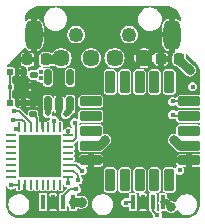
<source format=gbr>
%TF.GenerationSoftware,KiCad,Pcbnew,8.0.4*%
%TF.CreationDate,2024-07-30T13:48:39+02:00*%
%TF.ProjectId,miniCO2,6d696e69-434f-4322-9e6b-696361645f70,rev?*%
%TF.SameCoordinates,Original*%
%TF.FileFunction,Copper,L1,Top*%
%TF.FilePolarity,Positive*%
%FSLAX46Y46*%
G04 Gerber Fmt 4.6, Leading zero omitted, Abs format (unit mm)*
G04 Created by KiCad (PCBNEW 8.0.4) date 2024-07-30 13:48:39*
%MOMM*%
%LPD*%
G01*
G04 APERTURE LIST*
G04 Aperture macros list*
%AMRoundRect*
0 Rectangle with rounded corners*
0 $1 Rounding radius*
0 $2 $3 $4 $5 $6 $7 $8 $9 X,Y pos of 4 corners*
0 Add a 4 corners polygon primitive as box body*
4,1,4,$2,$3,$4,$5,$6,$7,$8,$9,$2,$3,0*
0 Add four circle primitives for the rounded corners*
1,1,$1+$1,$2,$3*
1,1,$1+$1,$4,$5*
1,1,$1+$1,$6,$7*
1,1,$1+$1,$8,$9*
0 Add four rect primitives between the rounded corners*
20,1,$1+$1,$2,$3,$4,$5,0*
20,1,$1+$1,$4,$5,$6,$7,0*
20,1,$1+$1,$6,$7,$8,$9,0*
20,1,$1+$1,$8,$9,$2,$3,0*%
G04 Aperture macros list end*
%TA.AperFunction,WasherPad*%
%ADD10C,1.250000*%
%TD*%
%TA.AperFunction,ComponentPad*%
%ADD11C,1.450000*%
%TD*%
%TA.AperFunction,ComponentPad*%
%ADD12O,1.450000X2.650000*%
%TD*%
%TA.AperFunction,SMDPad,CuDef*%
%ADD13RoundRect,0.150000X0.150000X-0.512500X0.150000X0.512500X-0.150000X0.512500X-0.150000X-0.512500X0*%
%TD*%
%TA.AperFunction,SMDPad,CuDef*%
%ADD14RoundRect,0.225000X-0.225000X-0.250000X0.225000X-0.250000X0.225000X0.250000X-0.225000X0.250000X0*%
%TD*%
%TA.AperFunction,SMDPad,CuDef*%
%ADD15RoundRect,0.140000X0.170000X-0.140000X0.170000X0.140000X-0.170000X0.140000X-0.170000X-0.140000X0*%
%TD*%
%TA.AperFunction,SMDPad,CuDef*%
%ADD16RoundRect,0.140000X-0.170000X0.140000X-0.170000X-0.140000X0.170000X-0.140000X0.170000X0.140000X0*%
%TD*%
%TA.AperFunction,SMDPad,CuDef*%
%ADD17R,0.570000X0.480000*%
%TD*%
%TA.AperFunction,HeatsinkPad*%
%ADD18R,4.800000X4.800000*%
%TD*%
%TA.AperFunction,SMDPad,CuDef*%
%ADD19RoundRect,0.212500X0.737500X-0.212500X0.737500X0.212500X-0.737500X0.212500X-0.737500X-0.212500X0*%
%TD*%
%TA.AperFunction,SMDPad,CuDef*%
%ADD20RoundRect,0.212500X0.212500X-0.737500X0.212500X0.737500X-0.212500X0.737500X-0.212500X-0.737500X0*%
%TD*%
%TA.AperFunction,SMDPad,CuDef*%
%ADD21R,0.420000X1.300000*%
%TD*%
%TA.AperFunction,HeatsinkPad*%
%ADD22R,3.600000X3.600000*%
%TD*%
%TA.AperFunction,SMDPad,CuDef*%
%ADD23RoundRect,0.062500X-0.062500X-0.337500X0.062500X-0.337500X0.062500X0.337500X-0.062500X0.337500X0*%
%TD*%
%TA.AperFunction,SMDPad,CuDef*%
%ADD24RoundRect,0.062500X-0.337500X-0.062500X0.337500X-0.062500X0.337500X0.062500X-0.337500X0.062500X0*%
%TD*%
%TA.AperFunction,ViaPad*%
%ADD25C,0.400000*%
%TD*%
%TA.AperFunction,ViaPad*%
%ADD26C,0.800000*%
%TD*%
%TA.AperFunction,Conductor*%
%ADD27C,0.500000*%
%TD*%
%TA.AperFunction,Conductor*%
%ADD28C,0.200000*%
%TD*%
%TA.AperFunction,Conductor*%
%ADD29C,0.150000*%
%TD*%
%TA.AperFunction,Conductor*%
%ADD30C,0.800000*%
%TD*%
G04 APERTURE END LIST*
D10*
%TO.P,J1,*%
%TO.N,*%
X139171900Y-80831262D03*
X143671900Y-80831262D03*
D11*
%TO.P,J1,1,VBUS*%
%TO.N,VBUS*%
X137921900Y-82831262D03*
%TO.P,J1,2,D-*%
%TO.N,D-*%
X140421900Y-82831262D03*
%TO.P,J1,3,D+*%
%TO.N,D+*%
X142421900Y-82831262D03*
%TO.P,J1,4,GND*%
%TO.N,GND*%
X144921900Y-82831262D03*
D12*
%TO.P,J1,5,Shield*%
X135571900Y-80831262D03*
X147271900Y-80831262D03*
%TD*%
D13*
%TO.P,U2,5,VOUT*%
%TO.N,+3.3V*%
X136752800Y-84460500D03*
%TO.P,U2,4,NC*%
%TO.N,unconnected-(U2-NC-Pad4)*%
X138652800Y-84460500D03*
%TO.P,U2,3,EN*%
%TO.N,VBUS*%
X138652800Y-86735500D03*
%TO.P,U2,2,GND*%
%TO.N,GND*%
X137702800Y-86735500D03*
%TO.P,U2,1,VIN*%
%TO.N,VBUS*%
X136752800Y-86735500D03*
%TD*%
D14*
%TO.P,C2,1*%
%TO.N,GND*%
X146346900Y-82892862D03*
%TO.P,C2,2*%
%TO.N,+3.3V*%
X147896900Y-82892862D03*
%TD*%
D15*
%TO.P,C3,2*%
%TO.N,+3.3V*%
X135563900Y-84254400D03*
%TO.P,C3,1*%
%TO.N,GND*%
X135563900Y-85214400D03*
%TD*%
D14*
%TO.P,C1,1*%
%TO.N,GND*%
X135046900Y-82943662D03*
%TO.P,C1,2*%
%TO.N,VBUS*%
X136596900Y-82943662D03*
%TD*%
D16*
%TO.P,C4,2*%
%TO.N,Net-(U1-VDDCORE)*%
X135513100Y-87589262D03*
%TO.P,C4,1*%
%TO.N,GND*%
X135513100Y-86629262D03*
%TD*%
D17*
%TO.P,SW1,2,2*%
%TO.N,Net-(U1-~{RESET})*%
X133561400Y-86603200D03*
X133561400Y-83983200D03*
%TO.P,SW1,1,1*%
%TO.N,GND*%
X134721400Y-86603200D03*
X134721400Y-83983200D03*
%TD*%
D18*
%TO.P,U3,21,GND*%
%TO.N,GND*%
X144541400Y-88988862D03*
D19*
%TO.P,U3,20,GND*%
X140391400Y-91488862D03*
%TO.P,U3,19,VDD*%
%TO.N,+3.3V*%
X140391400Y-90238862D03*
%TO.P,U3,18*%
%TO.N,N/C*%
X140391400Y-88988862D03*
%TO.P,U3,17*%
X140391400Y-87738862D03*
%TO.P,U3,16*%
X140391400Y-86488862D03*
D20*
%TO.P,U3,15*%
X142041400Y-84838862D03*
%TO.P,U3,14*%
X143291400Y-84838862D03*
%TO.P,U3,13*%
X144541400Y-84838862D03*
%TO.P,U3,12*%
X145791400Y-84838862D03*
%TO.P,U3,11*%
X147041400Y-84838862D03*
D19*
%TO.P,U3,10,SDA*%
%TO.N,SDA*%
X148691400Y-86488862D03*
%TO.P,U3,9,SCL*%
%TO.N,SCL*%
X148691400Y-87738862D03*
%TO.P,U3,8*%
%TO.N,N/C*%
X148691400Y-88988862D03*
%TO.P,U3,7,VDD*%
%TO.N,+3.3V*%
X148691400Y-90238862D03*
%TO.P,U3,6,GND*%
%TO.N,GND*%
X148691400Y-91488862D03*
D20*
%TO.P,U3,5*%
%TO.N,N/C*%
X147041400Y-93138862D03*
%TO.P,U3,4*%
X145791400Y-93138862D03*
%TO.P,U3,3*%
X144541400Y-93138862D03*
%TO.P,U3,2*%
X143291400Y-93138862D03*
%TO.P,U3,1*%
X142041400Y-93138862D03*
%TD*%
D21*
%TO.P,D2,4,VDD*%
%TO.N,+3.3V*%
X138916400Y-95031262D03*
%TO.P,D2,3,DIN*%
%TO.N,Net-(D1-DOUT)*%
X138066400Y-95031262D03*
%TO.P,D2,2,VSS*%
%TO.N,GND*%
X137216400Y-95031262D03*
%TO.P,D2,1,DOUT*%
%TO.N,unconnected-(D2-DOUT-Pad1)*%
X136366400Y-95031262D03*
%TD*%
%TO.P,D1,4,VDD*%
%TO.N,+3.3V*%
X146516400Y-95031262D03*
%TO.P,D1,3,DIN*%
%TO.N,DIN*%
X145666400Y-95031262D03*
%TO.P,D1,2,VSS*%
%TO.N,GND*%
X144816400Y-95031262D03*
%TO.P,D1,1,DOUT*%
%TO.N,Net-(D1-DOUT)*%
X143966400Y-95031262D03*
%TD*%
D22*
%TO.P,U1,33,EP*%
%TO.N,unconnected-(U1-EP-Pad33)*%
X136071900Y-91122462D03*
D23*
%TO.P,U1,32,PA31*%
%TO.N,SWDIO*%
X134321900Y-88672462D03*
%TO.P,U1,31,PA30*%
%TO.N,SWCLK*%
X134821900Y-88672462D03*
%TO.P,U1,30,VDDIN*%
%TO.N,+3.3V*%
X135321900Y-88672462D03*
%TO.P,U1,29,VDDCORE*%
%TO.N,Net-(U1-VDDCORE)*%
X135821900Y-88672462D03*
%TO.P,U1,28,GND*%
%TO.N,GND*%
X136321900Y-88672462D03*
%TO.P,U1,27,PA28*%
%TO.N,unconnected-(U1-PA28-Pad27)*%
X136821900Y-88672462D03*
%TO.P,U1,26,~{RESET}*%
%TO.N,Net-(U1-~{RESET})*%
X137321900Y-88672462D03*
%TO.P,U1,25,PA27*%
%TO.N,unconnected-(U1-PA27-Pad25)*%
X137821900Y-88672462D03*
D24*
%TO.P,U1,24,PA25*%
%TO.N,D+*%
X138521900Y-89372462D03*
%TO.P,U1,23,PA24*%
%TO.N,D-*%
X138521900Y-89872462D03*
%TO.P,U1,22,PA23*%
%TO.N,unconnected-(U1-PA23-Pad22)*%
X138521900Y-90372462D03*
%TO.P,U1,21,PA22*%
%TO.N,unconnected-(U1-PA22-Pad21)*%
X138521900Y-90872462D03*
%TO.P,U1,20,PA19*%
%TO.N,unconnected-(U1-PA19-Pad20)*%
X138521900Y-91372462D03*
%TO.P,U1,19,PA18*%
%TO.N,DIN*%
X138521900Y-91872462D03*
%TO.P,U1,18,PA17*%
%TO.N,SCL*%
X138521900Y-92372462D03*
%TO.P,U1,17,PA16*%
%TO.N,SDA*%
X138521900Y-92872462D03*
D23*
%TO.P,U1,16,PA15*%
%TO.N,unconnected-(U1-PA15-Pad16)*%
X137821900Y-93572462D03*
%TO.P,U1,15,PA14*%
%TO.N,unconnected-(U1-PA14-Pad15)*%
X137321900Y-93572462D03*
%TO.P,U1,14,PA11*%
%TO.N,unconnected-(U1-PA11-Pad14)*%
X136821900Y-93572462D03*
%TO.P,U1,13,PA10*%
%TO.N,unconnected-(U1-PA10-Pad13)*%
X136321900Y-93572462D03*
%TO.P,U1,12,PA09*%
%TO.N,unconnected-(U1-PA09-Pad12)*%
X135821900Y-93572462D03*
%TO.P,U1,11,PA08*%
%TO.N,unconnected-(U1-PA08-Pad11)*%
X135321900Y-93572462D03*
%TO.P,U1,10,GND*%
%TO.N,GND*%
X134821900Y-93572462D03*
%TO.P,U1,9,VDDANA*%
%TO.N,+3.3V*%
X134321900Y-93572462D03*
D24*
%TO.P,U1,8,PA07*%
%TO.N,unconnected-(U1-PA07-Pad8)*%
X133621900Y-92872462D03*
%TO.P,U1,7,PA06*%
%TO.N,unconnected-(U1-PA06-Pad7)*%
X133621900Y-92372462D03*
%TO.P,U1,6,PA05*%
%TO.N,unconnected-(U1-PA05-Pad6)*%
X133621900Y-91872462D03*
%TO.P,U1,5,PA04*%
%TO.N,unconnected-(U1-PA04-Pad5)*%
X133621900Y-91372462D03*
%TO.P,U1,4,PA03*%
%TO.N,unconnected-(U1-PA03-Pad4)*%
X133621900Y-90872462D03*
%TO.P,U1,3,PA02*%
%TO.N,unconnected-(U1-PA02-Pad3)*%
X133621900Y-90372462D03*
%TO.P,U1,2,PA01*%
%TO.N,unconnected-(U1-PA01-Pad2)*%
X133621900Y-89872462D03*
%TO.P,U1,1,PA00*%
%TO.N,unconnected-(U1-PA00-Pad1)*%
X133621900Y-89372462D03*
%TD*%
D25*
%TO.N,VBUS*%
X138293400Y-87587662D03*
%TO.N,+3.3V*%
X136159800Y-83980862D03*
%TO.N,Net-(D1-DOUT)*%
X143371800Y-95055262D03*
%TO.N,SCL*%
X139309400Y-93124862D03*
%TO.N,Net-(D1-DOUT)*%
X139157000Y-93937662D03*
%TO.N,DIN*%
X146041400Y-96131262D03*
D26*
%TO.N,+3.3V*%
X147221900Y-95431262D03*
X139641400Y-95007262D03*
%TO.N,GND*%
X142128400Y-86487000D03*
X140858400Y-85217000D03*
D25*
X147304000Y-88620600D03*
%TO.N,DIN*%
X139676482Y-92351380D03*
D26*
%TO.N,+3.3V*%
X147468400Y-89763600D03*
D25*
X136159800Y-84488862D03*
D26*
X141614400Y-89763600D03*
X148781900Y-83858062D03*
D25*
X133924600Y-87282862D03*
X133684300Y-93560862D03*
%TO.N,SWDIO*%
X147921900Y-92331262D03*
X134059100Y-88836462D03*
%TO.N,D-*%
X139055400Y-88313662D03*
%TO.N,D+*%
X138521900Y-89039662D03*
%TO.N,Net-(U1-~{RESET})*%
X137310300Y-88125262D03*
X133541400Y-85231262D03*
%TO.N,SWCLK*%
X149021900Y-85231262D03*
X133805100Y-88074462D03*
%TO.N,SCL*%
X147349500Y-87617262D03*
%TO.N,SDA*%
X138496600Y-93378862D03*
X147349500Y-86499662D03*
%TO.N,VBUS*%
X136752800Y-87486062D03*
%TD*%
D27*
%TO.N,+3.3V*%
X146821900Y-95031262D02*
X146516400Y-95031262D01*
X147221900Y-95431262D02*
X146821900Y-95031262D01*
D28*
%TO.N,Net-(U1-~{RESET})*%
X133541400Y-85231262D02*
X133541400Y-86583200D01*
X133541400Y-86583200D02*
X133561400Y-86603200D01*
X133541400Y-84003200D02*
X133561400Y-83983200D01*
X133541400Y-85231262D02*
X133541400Y-84003200D01*
%TO.N,D-*%
X139170700Y-89623661D02*
X138921899Y-89872462D01*
X139170700Y-88428962D02*
X139170700Y-89623661D01*
X138921899Y-89872462D02*
X138521900Y-89872462D01*
X139055400Y-88313662D02*
X139170700Y-88428962D01*
D27*
%TO.N,VBUS*%
X136752800Y-86735500D02*
X136752800Y-87486062D01*
X138652800Y-86735500D02*
X138652800Y-87228262D01*
X138652800Y-87228262D02*
X138293400Y-87587662D01*
D28*
%TO.N,SWCLK*%
X134821900Y-88272463D02*
X134821900Y-88672462D01*
X134594899Y-88045462D02*
X134821900Y-88272463D01*
X133834100Y-88045462D02*
X134594899Y-88045462D01*
X133805100Y-88074462D02*
X133834100Y-88045462D01*
%TO.N,SWDIO*%
X134223100Y-88672462D02*
X134321900Y-88672462D01*
X134059100Y-88836462D02*
X134223100Y-88672462D01*
%TO.N,+3.3V*%
X134294747Y-87282862D02*
X135321900Y-88310015D01*
X133924600Y-87282862D02*
X134294747Y-87282862D01*
X135321900Y-88310015D02*
X135321900Y-88672462D01*
D29*
%TO.N,Net-(D1-DOUT)*%
X143395800Y-95031262D02*
X143371800Y-95055262D01*
X143966400Y-95031262D02*
X143395800Y-95031262D01*
D28*
%TO.N,DIN*%
X139197564Y-91872462D02*
X138521900Y-91872462D01*
X139676482Y-92351380D02*
X139197564Y-91872462D01*
D29*
%TO.N,SCL*%
X139309400Y-92759963D02*
X139309400Y-93124862D01*
X138921899Y-92372462D02*
X139309400Y-92759963D01*
X138521900Y-92372462D02*
X138921899Y-92372462D01*
%TO.N,Net-(D1-DOUT)*%
X138066400Y-94591262D02*
X138066400Y-95031262D01*
X139157000Y-93937662D02*
X138620000Y-93937662D01*
X138620000Y-93937662D02*
X137966400Y-94591262D01*
D28*
%TO.N,SDA*%
X138521900Y-93353562D02*
X138521900Y-92872462D01*
X138496600Y-93378862D02*
X138521900Y-93353562D01*
%TO.N,DIN*%
X146041400Y-96131262D02*
X145666400Y-95756262D01*
X145666400Y-95756262D02*
X145666400Y-95031262D01*
D30*
%TO.N,+3.3V*%
X139617400Y-95055262D02*
X139641400Y-95031262D01*
X139617400Y-95031262D02*
X139641400Y-95007262D01*
X138916400Y-95031262D02*
X139617400Y-95031262D01*
X147896900Y-82973062D02*
X148781900Y-83858062D01*
X147896900Y-82892862D02*
X147896900Y-82973062D01*
%TO.N,VBUS*%
X137852700Y-82943662D02*
X137865100Y-82931262D01*
X136596900Y-82943662D02*
X137852700Y-82943662D01*
%TO.N,+3.3V*%
X141139138Y-90238862D02*
X141614400Y-89763600D01*
X140391400Y-90238862D02*
X141139138Y-90238862D01*
D28*
X133684300Y-93560862D02*
X133695900Y-93572462D01*
X133695900Y-93572462D02*
X134321900Y-93572462D01*
D27*
X136803600Y-84409700D02*
X136803600Y-84327938D01*
D30*
X148691400Y-90238862D02*
X147943662Y-90238862D01*
D27*
X136752800Y-84460500D02*
X136803600Y-84409700D01*
D30*
X147943662Y-90238862D02*
X147468400Y-89763600D01*
D28*
%TO.N,D-*%
X138370700Y-89872462D02*
X138371900Y-89873662D01*
%TO.N,D+*%
X138521900Y-89039662D02*
X138521900Y-89372462D01*
X138370700Y-89372462D02*
X138371900Y-89373662D01*
%TO.N,Net-(U1-VDDCORE)*%
X135821900Y-87898062D02*
X135513100Y-87589262D01*
X135821900Y-88672462D02*
X135821900Y-87898062D01*
D29*
%TO.N,SCL*%
X147471100Y-87738862D02*
X147349500Y-87617262D01*
X148691400Y-87738862D02*
X147471100Y-87738862D01*
%TO.N,SDA*%
X147360300Y-86488862D02*
X147349500Y-86499662D01*
X148691400Y-86488862D02*
X147360300Y-86488862D01*
%TO.N,Net-(U1-~{RESET})*%
X137321900Y-88672462D02*
X137321900Y-88136862D01*
X137321900Y-88136862D02*
X137310300Y-88125262D01*
%TD*%
%TA.AperFunction,Conductor*%
%TO.N,GND*%
G36*
X146823818Y-78421913D02*
G01*
X146843474Y-78423460D01*
X147007262Y-78436350D01*
X147014849Y-78437552D01*
X147191896Y-78480058D01*
X147199207Y-78482434D01*
X147367424Y-78552114D01*
X147374275Y-78555605D01*
X147529520Y-78650742D01*
X147535735Y-78655258D01*
X147674192Y-78773516D01*
X147679617Y-78778941D01*
X147797871Y-78917404D01*
X147802387Y-78923620D01*
X147897516Y-79078867D01*
X147901007Y-79085718D01*
X147970679Y-79253937D01*
X147973054Y-79261250D01*
X148015554Y-79438300D01*
X148016757Y-79445895D01*
X148031248Y-79630117D01*
X148031399Y-79633960D01*
X148031398Y-79672843D01*
X148017045Y-79707491D01*
X147982397Y-79721842D01*
X147947749Y-79707489D01*
X147941655Y-79700064D01*
X147933689Y-79688142D01*
X147815017Y-79569470D01*
X147675469Y-79476228D01*
X147521900Y-79412617D01*
X147521900Y-79798250D01*
X147464893Y-79765337D01*
X147337726Y-79731262D01*
X147206074Y-79731262D01*
X147078907Y-79765337D01*
X147021900Y-79798250D01*
X147021900Y-79412617D01*
X146868330Y-79476228D01*
X146728782Y-79569470D01*
X146610108Y-79688144D01*
X146516866Y-79827692D01*
X146452643Y-79982739D01*
X146452639Y-79982754D01*
X146419900Y-80147341D01*
X146419900Y-80581262D01*
X146771900Y-80581262D01*
X146771900Y-81081262D01*
X146419900Y-81081262D01*
X146419900Y-81515182D01*
X146452639Y-81679769D01*
X146452643Y-81679784D01*
X146516866Y-81834831D01*
X146610108Y-81974379D01*
X146728782Y-82093053D01*
X146868330Y-82186295D01*
X147021899Y-82249906D01*
X147021900Y-82249906D01*
X147021900Y-81864274D01*
X147078907Y-81897187D01*
X147206074Y-81931262D01*
X147337726Y-81931262D01*
X147464893Y-81897187D01*
X147521900Y-81864274D01*
X147521900Y-82255675D01*
X147535772Y-82276436D01*
X147528455Y-82313218D01*
X147509234Y-82330016D01*
X147464240Y-82352012D01*
X147464236Y-82352015D01*
X147381053Y-82435198D01*
X147381051Y-82435202D01*
X147329383Y-82540889D01*
X147329383Y-82540890D01*
X147319400Y-82609407D01*
X147319400Y-83176316D01*
X147329382Y-83244833D01*
X147329382Y-83244834D01*
X147381050Y-83350521D01*
X147381051Y-83350523D01*
X147381052Y-83350524D01*
X147464238Y-83433710D01*
X147569928Y-83485379D01*
X147638447Y-83495362D01*
X147652904Y-83495361D01*
X147687552Y-83509711D01*
X148382176Y-84204335D01*
X148386402Y-84209154D01*
X148405679Y-84234277D01*
X148405680Y-84234278D01*
X148405682Y-84234280D01*
X148430816Y-84253565D01*
X148435624Y-84257783D01*
X148458008Y-84280167D01*
X148478797Y-84292170D01*
X148485420Y-84295994D01*
X148490747Y-84299554D01*
X148515870Y-84318831D01*
X148515872Y-84318832D01*
X148515873Y-84318832D01*
X148515874Y-84318833D01*
X148545121Y-84330947D01*
X148550870Y-84333782D01*
X148566544Y-84342831D01*
X148578292Y-84349614D01*
X148608884Y-84357810D01*
X148614929Y-84359862D01*
X148644195Y-84371985D01*
X148675594Y-84376118D01*
X148681871Y-84377367D01*
X148696819Y-84381372D01*
X148712452Y-84385562D01*
X148712454Y-84385562D01*
X148744111Y-84385562D01*
X148750506Y-84385980D01*
X148781900Y-84390114D01*
X148813293Y-84385980D01*
X148819689Y-84385562D01*
X148851347Y-84385562D01*
X148858983Y-84383515D01*
X148881930Y-84377366D01*
X148888204Y-84376118D01*
X148919605Y-84371985D01*
X148948857Y-84359867D01*
X148954913Y-84357811D01*
X148985508Y-84349614D01*
X149012927Y-84333782D01*
X149018674Y-84330949D01*
X149025029Y-84328316D01*
X149047926Y-84318833D01*
X149073051Y-84299554D01*
X149078373Y-84295996D01*
X149105792Y-84280167D01*
X149128182Y-84257775D01*
X149132986Y-84253562D01*
X149158118Y-84234280D01*
X149177400Y-84209148D01*
X149181613Y-84204344D01*
X149204005Y-84181954D01*
X149219834Y-84154535D01*
X149223392Y-84149213D01*
X149226751Y-84144835D01*
X149242671Y-84124088D01*
X149254787Y-84094836D01*
X149257622Y-84089086D01*
X149273451Y-84061671D01*
X149273452Y-84061670D01*
X149281649Y-84031075D01*
X149283707Y-84025016D01*
X149288131Y-84014337D01*
X149295823Y-83995767D01*
X149299956Y-83964366D01*
X149301204Y-83958092D01*
X149309400Y-83927508D01*
X149309400Y-83895851D01*
X149309819Y-83889455D01*
X149313952Y-83858062D01*
X149309819Y-83826666D01*
X149309400Y-83820271D01*
X149309400Y-83788614D01*
X149302097Y-83761362D01*
X149301205Y-83758033D01*
X149299956Y-83751753D01*
X149299662Y-83749521D01*
X149295823Y-83720357D01*
X149283700Y-83691091D01*
X149281648Y-83685046D01*
X149273452Y-83654454D01*
X149273450Y-83654451D01*
X149273451Y-83654451D01*
X149257620Y-83627032D01*
X149254785Y-83621283D01*
X149245001Y-83597661D01*
X149242671Y-83592036D01*
X149242670Y-83592035D01*
X149242670Y-83592034D01*
X149242669Y-83592032D01*
X149223392Y-83566909D01*
X149219832Y-83561582D01*
X149213145Y-83550001D01*
X149204005Y-83534170D01*
X149181622Y-83511787D01*
X149177403Y-83506978D01*
X149158118Y-83481844D01*
X149158116Y-83481842D01*
X149158115Y-83481841D01*
X149132992Y-83462564D01*
X149128173Y-83458338D01*
X148488751Y-82818916D01*
X148474399Y-82784268D01*
X148474399Y-82609407D01*
X148464417Y-82540890D01*
X148464417Y-82540889D01*
X148443907Y-82498936D01*
X148441583Y-82461505D01*
X148466407Y-82433394D01*
X148503838Y-82431070D01*
X148522576Y-82442767D01*
X149238130Y-83158321D01*
X149238152Y-83158347D01*
X149240934Y-83161129D01*
X149240935Y-83161130D01*
X149275799Y-83195990D01*
X149278397Y-83198801D01*
X149394829Y-83335112D01*
X149397921Y-83338731D01*
X149402439Y-83344949D01*
X149482639Y-83475811D01*
X149497584Y-83500196D01*
X149501075Y-83507047D01*
X149570758Y-83675261D01*
X149573135Y-83682574D01*
X149615646Y-83859627D01*
X149616849Y-83867222D01*
X149631249Y-84050145D01*
X149631400Y-84053990D01*
X149631400Y-85918726D01*
X149617048Y-85953374D01*
X149582400Y-85967726D01*
X149561692Y-85963135D01*
X149518257Y-85942881D01*
X149508352Y-85941577D01*
X149468740Y-85936362D01*
X147914060Y-85936362D01*
X147881049Y-85940708D01*
X147864542Y-85942881D01*
X147755875Y-85993554D01*
X147755873Y-85993555D01*
X147671093Y-86078335D01*
X147641409Y-86141992D01*
X147613758Y-86167328D01*
X147576291Y-86165692D01*
X147574755Y-86164942D01*
X147474808Y-86114017D01*
X147474805Y-86114016D01*
X147474804Y-86114016D01*
X147349500Y-86094170D01*
X147224196Y-86114016D01*
X147224194Y-86114016D01*
X147224192Y-86114017D01*
X147224190Y-86114017D01*
X147111164Y-86171607D01*
X147111157Y-86171612D01*
X147021450Y-86261319D01*
X147021445Y-86261326D01*
X146963855Y-86374352D01*
X146963855Y-86374354D01*
X146963854Y-86374356D01*
X146963854Y-86374358D01*
X146944008Y-86499662D01*
X146963854Y-86624966D01*
X146963854Y-86624967D01*
X146963855Y-86624969D01*
X146963855Y-86624971D01*
X147021445Y-86737997D01*
X147021450Y-86738004D01*
X147111157Y-86827711D01*
X147111164Y-86827716D01*
X147224191Y-86885306D01*
X147224192Y-86885306D01*
X147224196Y-86885308D01*
X147349500Y-86905154D01*
X147474804Y-86885308D01*
X147582894Y-86830232D01*
X147620279Y-86827290D01*
X147648797Y-86851646D01*
X147649547Y-86853183D01*
X147671093Y-86899388D01*
X147755873Y-86984168D01*
X147755875Y-86984169D01*
X147755876Y-86984170D01*
X147864544Y-87034843D01*
X147914060Y-87041362D01*
X147914063Y-87041362D01*
X149468736Y-87041362D01*
X149468740Y-87041362D01*
X149518256Y-87034843D01*
X149561692Y-87014587D01*
X149599159Y-87012952D01*
X149626809Y-87038288D01*
X149631400Y-87058997D01*
X149631400Y-87168726D01*
X149617048Y-87203374D01*
X149582400Y-87217726D01*
X149561692Y-87213135D01*
X149518257Y-87192881D01*
X149508352Y-87191577D01*
X149468740Y-87186362D01*
X147914060Y-87186362D01*
X147881049Y-87190708D01*
X147864542Y-87192881D01*
X147755875Y-87243554D01*
X147755873Y-87243555D01*
X147683677Y-87315751D01*
X147649029Y-87330103D01*
X147614381Y-87315751D01*
X147587842Y-87289212D01*
X147587835Y-87289207D01*
X147474808Y-87231617D01*
X147474805Y-87231616D01*
X147474804Y-87231616D01*
X147349500Y-87211770D01*
X147224196Y-87231616D01*
X147224194Y-87231616D01*
X147224192Y-87231617D01*
X147224190Y-87231617D01*
X147111164Y-87289207D01*
X147111157Y-87289212D01*
X147021450Y-87378919D01*
X147021445Y-87378926D01*
X146963855Y-87491952D01*
X146963855Y-87491954D01*
X146963854Y-87491956D01*
X146963854Y-87491958D01*
X146944008Y-87617262D01*
X146963854Y-87742566D01*
X146963854Y-87742567D01*
X146963855Y-87742569D01*
X146963855Y-87742571D01*
X147021445Y-87855597D01*
X147021450Y-87855604D01*
X147111157Y-87945311D01*
X147111164Y-87945316D01*
X147224191Y-88002906D01*
X147224192Y-88002906D01*
X147224196Y-88002908D01*
X147349500Y-88022754D01*
X147474804Y-88002908D01*
X147544823Y-87967230D01*
X147582210Y-87964288D01*
X147610728Y-87988644D01*
X147615650Y-88004493D01*
X147620419Y-88040719D01*
X147671092Y-88149386D01*
X147671093Y-88149388D01*
X147755873Y-88234168D01*
X147755875Y-88234169D01*
X147755876Y-88234170D01*
X147864544Y-88284843D01*
X147914060Y-88291362D01*
X147914063Y-88291362D01*
X149468736Y-88291362D01*
X149468740Y-88291362D01*
X149518256Y-88284843D01*
X149561692Y-88264587D01*
X149599159Y-88262952D01*
X149626809Y-88288288D01*
X149631400Y-88308997D01*
X149631400Y-88418726D01*
X149617048Y-88453374D01*
X149582400Y-88467726D01*
X149561692Y-88463135D01*
X149518257Y-88442881D01*
X149508352Y-88441577D01*
X149468740Y-88436362D01*
X147914060Y-88436362D01*
X147881049Y-88440708D01*
X147864542Y-88442881D01*
X147755875Y-88493554D01*
X147755873Y-88493555D01*
X147671093Y-88578335D01*
X147671092Y-88578337D01*
X147620419Y-88687004D01*
X147613900Y-88736525D01*
X147613900Y-89192619D01*
X147599548Y-89227267D01*
X147564900Y-89241619D01*
X147552221Y-89239950D01*
X147537848Y-89236100D01*
X147537846Y-89236100D01*
X147506189Y-89236100D01*
X147499793Y-89235681D01*
X147495015Y-89235052D01*
X147468400Y-89231548D01*
X147441785Y-89235052D01*
X147437007Y-89235681D01*
X147430611Y-89236100D01*
X147398953Y-89236100D01*
X147368371Y-89244293D01*
X147362090Y-89245542D01*
X147330698Y-89249676D01*
X147330691Y-89249678D01*
X147301437Y-89261794D01*
X147295372Y-89263853D01*
X147264792Y-89272047D01*
X147264789Y-89272049D01*
X147237376Y-89287876D01*
X147231628Y-89290711D01*
X147202374Y-89302828D01*
X147177248Y-89322107D01*
X147171923Y-89325665D01*
X147144513Y-89341491D01*
X147144502Y-89341499D01*
X147122122Y-89363878D01*
X147117307Y-89368101D01*
X147092181Y-89387381D01*
X147072901Y-89412507D01*
X147068678Y-89417322D01*
X147046299Y-89439702D01*
X147046291Y-89439713D01*
X147030465Y-89467123D01*
X147026907Y-89472448D01*
X147007628Y-89497574D01*
X146995511Y-89526828D01*
X146992676Y-89532576D01*
X146976849Y-89559989D01*
X146976847Y-89559992D01*
X146968653Y-89590572D01*
X146966594Y-89596637D01*
X146954478Y-89625891D01*
X146954476Y-89625898D01*
X146950342Y-89657290D01*
X146949093Y-89663571D01*
X146940900Y-89694153D01*
X146940900Y-89725809D01*
X146940481Y-89732204D01*
X146936348Y-89763599D01*
X146940481Y-89794993D01*
X146940900Y-89801389D01*
X146940900Y-89833045D01*
X146949093Y-89863626D01*
X146950342Y-89869909D01*
X146954476Y-89901301D01*
X146954477Y-89901305D01*
X146966593Y-89930557D01*
X146968652Y-89936624D01*
X146976847Y-89967206D01*
X146976848Y-89967208D01*
X146992677Y-89994624D01*
X146995509Y-90000366D01*
X146999125Y-90009096D01*
X147007630Y-90029629D01*
X147026906Y-90054751D01*
X147030465Y-90060077D01*
X147046291Y-90087486D01*
X147046293Y-90087488D01*
X147046295Y-90087492D01*
X147046298Y-90087495D01*
X147068676Y-90109873D01*
X147072902Y-90114692D01*
X147092179Y-90139815D01*
X147092180Y-90139816D01*
X147092182Y-90139818D01*
X147117316Y-90159103D01*
X147122125Y-90163322D01*
X147519841Y-90561038D01*
X147519846Y-90561044D01*
X147521557Y-90562755D01*
X147619769Y-90660967D01*
X147679910Y-90695689D01*
X147679911Y-90695690D01*
X147740052Y-90730413D01*
X147740054Y-90730414D01*
X147754172Y-90734197D01*
X147762198Y-90737118D01*
X147824378Y-90766113D01*
X147864544Y-90784843D01*
X147914060Y-90791362D01*
X147914063Y-90791362D01*
X149468736Y-90791362D01*
X149468740Y-90791362D01*
X149518256Y-90784843D01*
X149561692Y-90764587D01*
X149599159Y-90762952D01*
X149626809Y-90788288D01*
X149631400Y-90808997D01*
X149631400Y-90919278D01*
X149617048Y-90953926D01*
X149582400Y-90968278D01*
X149561692Y-90963687D01*
X149518126Y-90943372D01*
X149468675Y-90936862D01*
X148941400Y-90936862D01*
X148941400Y-92040862D01*
X149468675Y-92040862D01*
X149518125Y-92034351D01*
X149561691Y-92014036D01*
X149599159Y-92012400D01*
X149626809Y-92037736D01*
X149631400Y-92058445D01*
X149631400Y-95176091D01*
X149631399Y-95176105D01*
X149631399Y-95229128D01*
X149631213Y-95233397D01*
X149614922Y-95419664D01*
X149613439Y-95428076D01*
X149565605Y-95606613D01*
X149562683Y-95614639D01*
X149484579Y-95782142D01*
X149480309Y-95789540D01*
X149374295Y-95940948D01*
X149368805Y-95947491D01*
X149238113Y-96078187D01*
X149231570Y-96083677D01*
X149080171Y-96189690D01*
X149072774Y-96193961D01*
X148905260Y-96272076D01*
X148897233Y-96274997D01*
X148718711Y-96322833D01*
X148710300Y-96324317D01*
X148591147Y-96334741D01*
X148524453Y-96340576D01*
X148520185Y-96340762D01*
X148466714Y-96340762D01*
X148466555Y-96340775D01*
X146463855Y-96341277D01*
X146429203Y-96326934D01*
X146414843Y-96292289D01*
X146420183Y-96270034D01*
X146427046Y-96256566D01*
X146446892Y-96131262D01*
X146427046Y-96005958D01*
X146427044Y-96005954D01*
X146427044Y-96005952D01*
X146369454Y-95892926D01*
X146369449Y-95892919D01*
X146368940Y-95892410D01*
X146368755Y-95891964D01*
X146367186Y-95889805D01*
X146367704Y-95889427D01*
X146354588Y-95857762D01*
X146368940Y-95823114D01*
X146403588Y-95808762D01*
X146738958Y-95808762D01*
X146757553Y-95805063D01*
X146776145Y-95801365D01*
X146776145Y-95801364D01*
X146776148Y-95801364D01*
X146780852Y-95798220D01*
X146817632Y-95790902D01*
X146842345Y-95806274D01*
X146843411Y-95805209D01*
X146845681Y-95807479D01*
X146845682Y-95807480D01*
X146955874Y-95892033D01*
X146955876Y-95892033D01*
X146955878Y-95892035D01*
X147073966Y-95940948D01*
X147084195Y-95945185D01*
X147221900Y-95963314D01*
X147359605Y-95945185D01*
X147487926Y-95892033D01*
X147598118Y-95807480D01*
X147656947Y-95730812D01*
X147683696Y-95695953D01*
X147716174Y-95677201D01*
X147752399Y-95686908D01*
X147765005Y-95701282D01*
X147782167Y-95731008D01*
X147797502Y-95757568D01*
X147797505Y-95757571D01*
X147922752Y-95896674D01*
X147922755Y-95896676D01*
X147922757Y-95896678D01*
X148074197Y-96006705D01*
X148245205Y-96082843D01*
X148428305Y-96121762D01*
X148615495Y-96121762D01*
X148798595Y-96082843D01*
X148969603Y-96006705D01*
X149121043Y-95896678D01*
X149124422Y-95892926D01*
X149156083Y-95857762D01*
X149246298Y-95757568D01*
X149339893Y-95595456D01*
X149397738Y-95417427D01*
X149417305Y-95231262D01*
X149397738Y-95045097D01*
X149339893Y-94867068D01*
X149246298Y-94704956D01*
X149204664Y-94658717D01*
X149121047Y-94565849D01*
X149121044Y-94565847D01*
X149121042Y-94565845D01*
X148969603Y-94455819D01*
X148798595Y-94379681D01*
X148798592Y-94379680D01*
X148798588Y-94379679D01*
X148615495Y-94340762D01*
X148428305Y-94340762D01*
X148245211Y-94379679D01*
X148245202Y-94379682D01*
X148074196Y-94455820D01*
X147922756Y-94565845D01*
X147797505Y-94704952D01*
X147797499Y-94704960D01*
X147703909Y-94867064D01*
X147703907Y-94867067D01*
X147655332Y-95016566D01*
X147630975Y-95045083D01*
X147593588Y-95048026D01*
X147578901Y-95040298D01*
X147487926Y-94970491D01*
X147487921Y-94970488D01*
X147359604Y-94917338D01*
X147252657Y-94903258D01*
X147240476Y-94901654D01*
X147212226Y-94887722D01*
X147053690Y-94729187D01*
X147053686Y-94729185D01*
X147053684Y-94729183D01*
X146967611Y-94679488D01*
X146890217Y-94658750D01*
X146860465Y-94635920D01*
X146853900Y-94611420D01*
X146853900Y-94368704D01*
X146853899Y-94368700D01*
X146853721Y-94367807D01*
X146846502Y-94331514D01*
X146841019Y-94323308D01*
X146820491Y-94292584D01*
X146813175Y-94255802D01*
X146834011Y-94224620D01*
X146861233Y-94216362D01*
X147293736Y-94216362D01*
X147293740Y-94216362D01*
X147343256Y-94209843D01*
X147451924Y-94159170D01*
X147536708Y-94074386D01*
X147587381Y-93965718D01*
X147593900Y-93916202D01*
X147593900Y-92687950D01*
X147608252Y-92653302D01*
X147642900Y-92638950D01*
X147677548Y-92653302D01*
X147683557Y-92659311D01*
X147683564Y-92659316D01*
X147796591Y-92716906D01*
X147796592Y-92716906D01*
X147796596Y-92716908D01*
X147921900Y-92736754D01*
X148047204Y-92716908D01*
X148047208Y-92716906D01*
X148047209Y-92716906D01*
X148160235Y-92659316D01*
X148160237Y-92659314D01*
X148160242Y-92659312D01*
X148249950Y-92569604D01*
X148280781Y-92509096D01*
X148307544Y-92456571D01*
X148307544Y-92456569D01*
X148307546Y-92456566D01*
X148327392Y-92331262D01*
X148307546Y-92205958D01*
X148268950Y-92130210D01*
X148259727Y-92112108D01*
X148256784Y-92074720D01*
X148281140Y-92046203D01*
X148303386Y-92040862D01*
X148441400Y-92040862D01*
X148441400Y-91738862D01*
X147614400Y-91738862D01*
X147614400Y-91741137D01*
X147620910Y-91790588D01*
X147671507Y-91899094D01*
X147696859Y-91924445D01*
X147711211Y-91959093D01*
X147696860Y-91993742D01*
X147684466Y-92002748D01*
X147683567Y-92003206D01*
X147683554Y-92003215D01*
X147593853Y-92092916D01*
X147593850Y-92092920D01*
X147567909Y-92143830D01*
X147539391Y-92168185D01*
X147502003Y-92165242D01*
X147489602Y-92156231D01*
X147451926Y-92118555D01*
X147451924Y-92118554D01*
X147343257Y-92067881D01*
X147333352Y-92066577D01*
X147293740Y-92061362D01*
X146789060Y-92061362D01*
X146756049Y-92065708D01*
X146739542Y-92067881D01*
X146630875Y-92118554D01*
X146630873Y-92118555D01*
X146546093Y-92203335D01*
X146546092Y-92203337D01*
X146495419Y-92312004D01*
X146495419Y-92312006D01*
X146489665Y-92355716D01*
X146488900Y-92361525D01*
X146488900Y-93916198D01*
X146488899Y-93916198D01*
X146495419Y-93965719D01*
X146546092Y-94074386D01*
X146546093Y-94074388D01*
X146630874Y-94159169D01*
X146633413Y-94160353D01*
X146658750Y-94188002D01*
X146657114Y-94225470D01*
X146629465Y-94250807D01*
X146612705Y-94253762D01*
X146293838Y-94253762D01*
X146256653Y-94261159D01*
X146214477Y-94289339D01*
X146186297Y-94331515D01*
X146178900Y-94368700D01*
X146178900Y-94847699D01*
X146172337Y-94872197D01*
X146164625Y-94885555D01*
X146164624Y-94885557D01*
X146138900Y-94981560D01*
X146138900Y-95080963D01*
X146164625Y-95176969D01*
X146164626Y-95176971D01*
X146172335Y-95190324D01*
X146178900Y-95214823D01*
X146178900Y-95690176D01*
X146164548Y-95724824D01*
X146129900Y-95739176D01*
X146122237Y-95738573D01*
X146080498Y-95731962D01*
X146045234Y-95726377D01*
X146013258Y-95706781D01*
X146003900Y-95677980D01*
X146003900Y-94368704D01*
X146003899Y-94368700D01*
X146003721Y-94367807D01*
X145996502Y-94331514D01*
X145991019Y-94323308D01*
X145970491Y-94292584D01*
X145963175Y-94255802D01*
X145984011Y-94224620D01*
X146011233Y-94216362D01*
X146043736Y-94216362D01*
X146043740Y-94216362D01*
X146093256Y-94209843D01*
X146201924Y-94159170D01*
X146286708Y-94074386D01*
X146337381Y-93965718D01*
X146343900Y-93916202D01*
X146343900Y-92361522D01*
X146337381Y-92312006D01*
X146286708Y-92203338D01*
X146286707Y-92203337D01*
X146286706Y-92203335D01*
X146201926Y-92118555D01*
X146201924Y-92118554D01*
X146093257Y-92067881D01*
X146083352Y-92066577D01*
X146043740Y-92061362D01*
X145539060Y-92061362D01*
X145506049Y-92065708D01*
X145489542Y-92067881D01*
X145380875Y-92118554D01*
X145380873Y-92118555D01*
X145296093Y-92203335D01*
X145296092Y-92203337D01*
X145245419Y-92312004D01*
X145245419Y-92312006D01*
X145239665Y-92355716D01*
X145238900Y-92361525D01*
X145238900Y-93916198D01*
X145238899Y-93916198D01*
X145245419Y-93965719D01*
X145296092Y-94074386D01*
X145296093Y-94074388D01*
X145380873Y-94159168D01*
X145380875Y-94159169D01*
X145380876Y-94159170D01*
X145405418Y-94170614D01*
X145407903Y-94171773D01*
X145433240Y-94199423D01*
X145431604Y-94236890D01*
X145410036Y-94257538D01*
X145410665Y-94258479D01*
X145364477Y-94289339D01*
X145336297Y-94331515D01*
X145328900Y-94368700D01*
X145328900Y-95693823D01*
X145336297Y-95731008D01*
X145336297Y-95731009D01*
X145336298Y-95731010D01*
X145341754Y-95739176D01*
X145364477Y-95773184D01*
X145377884Y-95782142D01*
X145406652Y-95801364D01*
X145416037Y-95803230D01*
X145447220Y-95824064D01*
X145451749Y-95832537D01*
X145473535Y-95885131D01*
X145629705Y-96041300D01*
X145644057Y-96075948D01*
X145643454Y-96083612D01*
X145635908Y-96131261D01*
X145635908Y-96131262D01*
X145655754Y-96256566D01*
X145655754Y-96256567D01*
X145655755Y-96256569D01*
X145655755Y-96256571D01*
X145662723Y-96270245D01*
X145665666Y-96307632D01*
X145641309Y-96336149D01*
X145619076Y-96341490D01*
X134391528Y-96344310D01*
X134374763Y-96341357D01*
X134373125Y-96340761D01*
X134373123Y-96340761D01*
X134324045Y-96340761D01*
X134319774Y-96340575D01*
X134133506Y-96324278D01*
X134125095Y-96322794D01*
X133946580Y-96274960D01*
X133938553Y-96272039D01*
X133771045Y-96193927D01*
X133763648Y-96189656D01*
X133612254Y-96083647D01*
X133605711Y-96078157D01*
X133475024Y-95947466D01*
X133469534Y-95940923D01*
X133435566Y-95892410D01*
X133363521Y-95789515D01*
X133359257Y-95782128D01*
X133281149Y-95614617D01*
X133278234Y-95606608D01*
X133230398Y-95428067D01*
X133228916Y-95419659D01*
X133228721Y-95417427D01*
X133212586Y-95232954D01*
X133212512Y-95231262D01*
X133426495Y-95231262D01*
X133446062Y-95417427D01*
X133503907Y-95595456D01*
X133565005Y-95701282D01*
X133590601Y-95745616D01*
X133597502Y-95757568D01*
X133597505Y-95757571D01*
X133722752Y-95896674D01*
X133722755Y-95896676D01*
X133722757Y-95896678D01*
X133874197Y-96006705D01*
X134045205Y-96082843D01*
X134228305Y-96121762D01*
X134415495Y-96121762D01*
X134598595Y-96082843D01*
X134769603Y-96006705D01*
X134921043Y-95896678D01*
X134924422Y-95892926D01*
X134956083Y-95857762D01*
X135046298Y-95757568D01*
X135139893Y-95595456D01*
X135197738Y-95417427D01*
X135217305Y-95231262D01*
X135197738Y-95045097D01*
X135139893Y-94867068D01*
X135046298Y-94704956D01*
X135004664Y-94658717D01*
X134921047Y-94565849D01*
X134921044Y-94565847D01*
X134921042Y-94565845D01*
X134769603Y-94455819D01*
X134598595Y-94379681D01*
X134598592Y-94379680D01*
X134598588Y-94379679D01*
X134546935Y-94368700D01*
X136028900Y-94368700D01*
X136028900Y-95693823D01*
X136036297Y-95731008D01*
X136036297Y-95731009D01*
X136036298Y-95731010D01*
X136041754Y-95739176D01*
X136064477Y-95773184D01*
X136077884Y-95782142D01*
X136106652Y-95801364D01*
X136143842Y-95808762D01*
X136588958Y-95808762D01*
X136626148Y-95801364D01*
X136668322Y-95773184D01*
X136696502Y-95731010D01*
X136703900Y-95693820D01*
X136703900Y-95665246D01*
X136879400Y-95665246D01*
X136879400Y-95693773D01*
X136886768Y-95730812D01*
X136914838Y-95772823D01*
X136956849Y-95800893D01*
X136993888Y-95808261D01*
X136993892Y-95808262D01*
X137438908Y-95808262D01*
X137438911Y-95808261D01*
X137475950Y-95800893D01*
X137517961Y-95772823D01*
X137546031Y-95730812D01*
X137553399Y-95693773D01*
X137553400Y-95693770D01*
X137553400Y-95665247D01*
X137216400Y-95328247D01*
X136879400Y-95665246D01*
X136703900Y-95665246D01*
X136703900Y-95071276D01*
X136879400Y-95071276D01*
X136919415Y-95031262D01*
X137513385Y-95031262D01*
X137553400Y-95071277D01*
X137553400Y-94991247D01*
X137513385Y-95031262D01*
X136919415Y-95031262D01*
X136879400Y-94991247D01*
X136879400Y-95071276D01*
X136703900Y-95071276D01*
X136703900Y-94368750D01*
X136879400Y-94368750D01*
X136879400Y-94397277D01*
X137216400Y-94734277D01*
X137553399Y-94397277D01*
X137553400Y-94397276D01*
X137553400Y-94368754D01*
X137553399Y-94368750D01*
X137546031Y-94331711D01*
X137517961Y-94289700D01*
X137475950Y-94261630D01*
X137438911Y-94254262D01*
X136993888Y-94254262D01*
X136956849Y-94261630D01*
X136914838Y-94289700D01*
X136886768Y-94331711D01*
X136879400Y-94368750D01*
X136703900Y-94368750D01*
X136703900Y-94368704D01*
X136696502Y-94331514D01*
X136668563Y-94289700D01*
X136668322Y-94289339D01*
X136632959Y-94265711D01*
X136626148Y-94261160D01*
X136626147Y-94261159D01*
X136626146Y-94261159D01*
X136588961Y-94253762D01*
X136588958Y-94253762D01*
X136143842Y-94253762D01*
X136143838Y-94253762D01*
X136106653Y-94261159D01*
X136064477Y-94289339D01*
X136036297Y-94331515D01*
X136028900Y-94368700D01*
X134546935Y-94368700D01*
X134415495Y-94340762D01*
X134228305Y-94340762D01*
X134045211Y-94379679D01*
X134045202Y-94379682D01*
X133874196Y-94455820D01*
X133722756Y-94565845D01*
X133597505Y-94704952D01*
X133597499Y-94704960D01*
X133503909Y-94867064D01*
X133503907Y-94867067D01*
X133446062Y-95045096D01*
X133432201Y-95176971D01*
X133426495Y-95231262D01*
X133212512Y-95231262D01*
X133212401Y-95228699D01*
X133212401Y-95214823D01*
X133212402Y-95180047D01*
X133212401Y-95180045D01*
X133212401Y-95172799D01*
X133212400Y-95172785D01*
X133212400Y-93720983D01*
X133226752Y-93686335D01*
X133261400Y-93671983D01*
X133296048Y-93686335D01*
X133305059Y-93698738D01*
X133356245Y-93799197D01*
X133356250Y-93799204D01*
X133445957Y-93888911D01*
X133445964Y-93888916D01*
X133558991Y-93946506D01*
X133558992Y-93946506D01*
X133558996Y-93946508D01*
X133684300Y-93966354D01*
X133809604Y-93946508D01*
X133809608Y-93946506D01*
X133809609Y-93946506D01*
X133922635Y-93888916D01*
X133922637Y-93888914D01*
X133922642Y-93888912D01*
X133985752Y-93825802D01*
X134020400Y-93811450D01*
X134055048Y-93825802D01*
X134069400Y-93860450D01*
X134069400Y-93928674D01*
X134076769Y-93965719D01*
X134080424Y-93984096D01*
X134122417Y-94046944D01*
X134163488Y-94074386D01*
X134185266Y-94088938D01*
X134240688Y-94099962D01*
X134240691Y-94099962D01*
X134403109Y-94099962D01*
X134403112Y-94099962D01*
X134458534Y-94088938D01*
X134521382Y-94046944D01*
X134531457Y-94031864D01*
X134562640Y-94011029D01*
X134599422Y-94018344D01*
X134612942Y-94031864D01*
X134622777Y-94046584D01*
X134685460Y-94088467D01*
X134696900Y-94090742D01*
X134696900Y-93496462D01*
X134711252Y-93461814D01*
X134745900Y-93447462D01*
X134897900Y-93447462D01*
X134932548Y-93461814D01*
X134946900Y-93496462D01*
X134946900Y-94090742D01*
X134958339Y-94088467D01*
X135021022Y-94046584D01*
X135030856Y-94031866D01*
X135062038Y-94011029D01*
X135098820Y-94018344D01*
X135112341Y-94031863D01*
X135122418Y-94046944D01*
X135185266Y-94088938D01*
X135240688Y-94099962D01*
X135240691Y-94099962D01*
X135403109Y-94099962D01*
X135403112Y-94099962D01*
X135458534Y-94088938D01*
X135521382Y-94046944D01*
X135531157Y-94032313D01*
X135562340Y-94011478D01*
X135599122Y-94018793D01*
X135612641Y-94032312D01*
X135622418Y-94046944D01*
X135685266Y-94088938D01*
X135740688Y-94099962D01*
X135740691Y-94099962D01*
X135903109Y-94099962D01*
X135903112Y-94099962D01*
X135958534Y-94088938D01*
X136021382Y-94046944D01*
X136031157Y-94032313D01*
X136062340Y-94011478D01*
X136099122Y-94018793D01*
X136112641Y-94032312D01*
X136122418Y-94046944D01*
X136185266Y-94088938D01*
X136240688Y-94099962D01*
X136240691Y-94099962D01*
X136403109Y-94099962D01*
X136403112Y-94099962D01*
X136458534Y-94088938D01*
X136521382Y-94046944D01*
X136531157Y-94032313D01*
X136562340Y-94011478D01*
X136599122Y-94018793D01*
X136612641Y-94032312D01*
X136622418Y-94046944D01*
X136685266Y-94088938D01*
X136740688Y-94099962D01*
X136740691Y-94099962D01*
X136903109Y-94099962D01*
X136903112Y-94099962D01*
X136958534Y-94088938D01*
X137021382Y-94046944D01*
X137031157Y-94032313D01*
X137062340Y-94011478D01*
X137099122Y-94018793D01*
X137112641Y-94032312D01*
X137122418Y-94046944D01*
X137185266Y-94088938D01*
X137240688Y-94099962D01*
X137240691Y-94099962D01*
X137403109Y-94099962D01*
X137403112Y-94099962D01*
X137458534Y-94088938D01*
X137521382Y-94046944D01*
X137531157Y-94032313D01*
X137562340Y-94011478D01*
X137599122Y-94018793D01*
X137612641Y-94032312D01*
X137622418Y-94046944D01*
X137685266Y-94088938D01*
X137740688Y-94099962D01*
X137740691Y-94099962D01*
X137903109Y-94099962D01*
X137903112Y-94099962D01*
X137958534Y-94088938D01*
X138021382Y-94046944D01*
X138063376Y-93984096D01*
X138074400Y-93928674D01*
X138074400Y-93636525D01*
X138088752Y-93601877D01*
X138123400Y-93587525D01*
X138158048Y-93601877D01*
X138167060Y-93614280D01*
X138168548Y-93617201D01*
X138168550Y-93617204D01*
X138258257Y-93706911D01*
X138258264Y-93706916D01*
X138313701Y-93735162D01*
X138371296Y-93764508D01*
X138371295Y-93764508D01*
X138378034Y-93765575D01*
X138393265Y-93767987D01*
X138425243Y-93787581D01*
X138433999Y-93824047D01*
X138420250Y-93851032D01*
X138031874Y-94239410D01*
X137997226Y-94253762D01*
X137843838Y-94253762D01*
X137806653Y-94261159D01*
X137764477Y-94289339D01*
X137736297Y-94331515D01*
X137728900Y-94368700D01*
X137728900Y-95693823D01*
X137736297Y-95731008D01*
X137736297Y-95731009D01*
X137736298Y-95731010D01*
X137741754Y-95739176D01*
X137764477Y-95773184D01*
X137777884Y-95782142D01*
X137806652Y-95801364D01*
X137843842Y-95808762D01*
X138288958Y-95808762D01*
X138326148Y-95801364D01*
X138368322Y-95773184D01*
X138396502Y-95731010D01*
X138403900Y-95693820D01*
X138403900Y-95381455D01*
X138418252Y-95346807D01*
X138452900Y-95332455D01*
X138487548Y-95346807D01*
X138492125Y-95352773D01*
X138492341Y-95352608D01*
X138494296Y-95355156D01*
X138564548Y-95425408D01*
X138578900Y-95460056D01*
X138578900Y-95693823D01*
X138586297Y-95731008D01*
X138586297Y-95731009D01*
X138586298Y-95731010D01*
X138591754Y-95739176D01*
X138614477Y-95773184D01*
X138627884Y-95782142D01*
X138656652Y-95801364D01*
X138693842Y-95808762D01*
X139138958Y-95808762D01*
X139176148Y-95801364D01*
X139218322Y-95773184D01*
X139246502Y-95731010D01*
X139253900Y-95693820D01*
X139253900Y-95607762D01*
X139268252Y-95573114D01*
X139302900Y-95558762D01*
X139451933Y-95558762D01*
X139464615Y-95560432D01*
X139547950Y-95582761D01*
X139547951Y-95582762D01*
X139547954Y-95582762D01*
X139686849Y-95582762D01*
X139686849Y-95582761D01*
X139821008Y-95546814D01*
X139941292Y-95477367D01*
X140063505Y-95355154D01*
X140132952Y-95234870D01*
X140133919Y-95231262D01*
X140526495Y-95231262D01*
X140546062Y-95417427D01*
X140603907Y-95595456D01*
X140665005Y-95701282D01*
X140690601Y-95745616D01*
X140697502Y-95757568D01*
X140697505Y-95757571D01*
X140822752Y-95896674D01*
X140822755Y-95896676D01*
X140822757Y-95896678D01*
X140974197Y-96006705D01*
X141145205Y-96082843D01*
X141328305Y-96121762D01*
X141515495Y-96121762D01*
X141698595Y-96082843D01*
X141869603Y-96006705D01*
X142021043Y-95896678D01*
X142024422Y-95892926D01*
X142056083Y-95857762D01*
X142146298Y-95757568D01*
X142239893Y-95595456D01*
X142297738Y-95417427D01*
X142317305Y-95231262D01*
X142298806Y-95055262D01*
X142966308Y-95055262D01*
X142986154Y-95180566D01*
X142986154Y-95180567D01*
X142986155Y-95180569D01*
X142986155Y-95180571D01*
X143043745Y-95293597D01*
X143043750Y-95293604D01*
X143133457Y-95383311D01*
X143133464Y-95383316D01*
X143246491Y-95440906D01*
X143246492Y-95440906D01*
X143246496Y-95440908D01*
X143371800Y-95460754D01*
X143497104Y-95440908D01*
X143557654Y-95410055D01*
X143595042Y-95407113D01*
X143623559Y-95431469D01*
X143628900Y-95453715D01*
X143628900Y-95693823D01*
X143636297Y-95731008D01*
X143636297Y-95731009D01*
X143636298Y-95731010D01*
X143641754Y-95739176D01*
X143664477Y-95773184D01*
X143677884Y-95782142D01*
X143706652Y-95801364D01*
X143743842Y-95808762D01*
X144188958Y-95808762D01*
X144226148Y-95801364D01*
X144268322Y-95773184D01*
X144296502Y-95731010D01*
X144303900Y-95693820D01*
X144303900Y-95665246D01*
X144479400Y-95665246D01*
X144479400Y-95693773D01*
X144486768Y-95730812D01*
X144514838Y-95772823D01*
X144556849Y-95800893D01*
X144593888Y-95808261D01*
X144593892Y-95808262D01*
X145038908Y-95808262D01*
X145038911Y-95808261D01*
X145075950Y-95800893D01*
X145117961Y-95772823D01*
X145146031Y-95730812D01*
X145153399Y-95693773D01*
X145153400Y-95693770D01*
X145153400Y-95665247D01*
X144816400Y-95328247D01*
X144479400Y-95665246D01*
X144303900Y-95665246D01*
X144303900Y-95071276D01*
X144479400Y-95071276D01*
X144519415Y-95031262D01*
X145113385Y-95031262D01*
X145153400Y-95071277D01*
X145153400Y-94991247D01*
X145113385Y-95031262D01*
X144519415Y-95031262D01*
X144479400Y-94991247D01*
X144479400Y-95071276D01*
X144303900Y-95071276D01*
X144303900Y-94368704D01*
X144296502Y-94331514D01*
X144291019Y-94323308D01*
X144270491Y-94292584D01*
X144263175Y-94255802D01*
X144284011Y-94224620D01*
X144311233Y-94216362D01*
X144472168Y-94216362D01*
X144506816Y-94230714D01*
X144521168Y-94265362D01*
X144512911Y-94292584D01*
X144486768Y-94331711D01*
X144479400Y-94368750D01*
X144479400Y-94397277D01*
X144816400Y-94734277D01*
X145153399Y-94397277D01*
X145153400Y-94397276D01*
X145153400Y-94368754D01*
X145153399Y-94368750D01*
X145146031Y-94331711D01*
X145117961Y-94289700D01*
X145075950Y-94261630D01*
X145038911Y-94254262D01*
X144969023Y-94254262D01*
X144934375Y-94239910D01*
X144920023Y-94205262D01*
X144934375Y-94170614D01*
X144948315Y-94160853D01*
X144949387Y-94160353D01*
X144951924Y-94159170D01*
X145036708Y-94074386D01*
X145087381Y-93965718D01*
X145093900Y-93916202D01*
X145093900Y-92361522D01*
X145087381Y-92312006D01*
X145036708Y-92203338D01*
X145036707Y-92203337D01*
X145036706Y-92203335D01*
X144951926Y-92118555D01*
X144951924Y-92118554D01*
X144843257Y-92067881D01*
X144833352Y-92066577D01*
X144793740Y-92061362D01*
X144289060Y-92061362D01*
X144256049Y-92065708D01*
X144239542Y-92067881D01*
X144130875Y-92118554D01*
X144130873Y-92118555D01*
X144046093Y-92203335D01*
X144046092Y-92203337D01*
X143995419Y-92312004D01*
X143995419Y-92312006D01*
X143989665Y-92355716D01*
X143988900Y-92361525D01*
X143988900Y-93916198D01*
X143988899Y-93916198D01*
X143995419Y-93965719D01*
X144046092Y-94074386D01*
X144046093Y-94074388D01*
X144130874Y-94159169D01*
X144133413Y-94160353D01*
X144158750Y-94188002D01*
X144157114Y-94225470D01*
X144129465Y-94250807D01*
X144112705Y-94253762D01*
X143743842Y-94253762D01*
X143733587Y-94255802D01*
X143715578Y-94259384D01*
X143702322Y-94256747D01*
X143690271Y-94272104D01*
X143664478Y-94289338D01*
X143636297Y-94331515D01*
X143628900Y-94368700D01*
X143628900Y-94656808D01*
X143614548Y-94691456D01*
X143579900Y-94705808D01*
X143557655Y-94700467D01*
X143497108Y-94669617D01*
X143497105Y-94669616D01*
X143497104Y-94669616D01*
X143371800Y-94649770D01*
X143246496Y-94669616D01*
X143246494Y-94669616D01*
X143246492Y-94669617D01*
X143246490Y-94669617D01*
X143133464Y-94727207D01*
X143133457Y-94727212D01*
X143043750Y-94816919D01*
X143043745Y-94816926D01*
X142986155Y-94929952D01*
X142986155Y-94929954D01*
X142986154Y-94929956D01*
X142986154Y-94929958D01*
X142966308Y-95055262D01*
X142298806Y-95055262D01*
X142297738Y-95045097D01*
X142239893Y-94867068D01*
X142146298Y-94704956D01*
X142104664Y-94658717D01*
X142021047Y-94565849D01*
X142021044Y-94565847D01*
X142021042Y-94565845D01*
X141869603Y-94455819D01*
X141698595Y-94379681D01*
X141698592Y-94379680D01*
X141698588Y-94379679D01*
X141515495Y-94340762D01*
X141328305Y-94340762D01*
X141145211Y-94379679D01*
X141145202Y-94379682D01*
X140974196Y-94455820D01*
X140822756Y-94565845D01*
X140697505Y-94704952D01*
X140697499Y-94704960D01*
X140603909Y-94867064D01*
X140603907Y-94867067D01*
X140546062Y-95045096D01*
X140532201Y-95176971D01*
X140526495Y-95231262D01*
X140133919Y-95231262D01*
X140168899Y-95100711D01*
X140168900Y-95100711D01*
X140168900Y-95045051D01*
X140169319Y-95038655D01*
X140170292Y-95031262D01*
X140173452Y-95007262D01*
X140169319Y-94975866D01*
X140168900Y-94969471D01*
X140168900Y-94937814D01*
X140163413Y-94917338D01*
X140160705Y-94907233D01*
X140159456Y-94900953D01*
X140157429Y-94885553D01*
X140155323Y-94869557D01*
X140143200Y-94840291D01*
X140141148Y-94834246D01*
X140132952Y-94803654D01*
X140132950Y-94803651D01*
X140132951Y-94803651D01*
X140117120Y-94776232D01*
X140114285Y-94770483D01*
X140102170Y-94741234D01*
X140102169Y-94741232D01*
X140082892Y-94716109D01*
X140079332Y-94710782D01*
X140069494Y-94693743D01*
X140063505Y-94683370D01*
X140041122Y-94660987D01*
X140036903Y-94656178D01*
X140017618Y-94631044D01*
X140017616Y-94631042D01*
X140017615Y-94631041D01*
X139992492Y-94611764D01*
X139987673Y-94607538D01*
X139965295Y-94585160D01*
X139965292Y-94585157D01*
X139965288Y-94585155D01*
X139965286Y-94585153D01*
X139937877Y-94569327D01*
X139932551Y-94565768D01*
X139907429Y-94546492D01*
X139893509Y-94540726D01*
X139878166Y-94534371D01*
X139872432Y-94531543D01*
X139845008Y-94515710D01*
X139845007Y-94515709D01*
X139845006Y-94515709D01*
X139814424Y-94507514D01*
X139808357Y-94505455D01*
X139779105Y-94493339D01*
X139779101Y-94493338D01*
X139747709Y-94489204D01*
X139741426Y-94487955D01*
X139710846Y-94479762D01*
X139679189Y-94479762D01*
X139672793Y-94479343D01*
X139641400Y-94475210D01*
X139610007Y-94479343D01*
X139603611Y-94479762D01*
X139571953Y-94479762D01*
X139541372Y-94487955D01*
X139535090Y-94489204D01*
X139503697Y-94493338D01*
X139503693Y-94493339D01*
X139487537Y-94500032D01*
X139468785Y-94503762D01*
X139302900Y-94503762D01*
X139268252Y-94489410D01*
X139253900Y-94454762D01*
X139253900Y-94367807D01*
X139268252Y-94333159D01*
X139280655Y-94324148D01*
X139395335Y-94265716D01*
X139395337Y-94265714D01*
X139395342Y-94265712D01*
X139485050Y-94176004D01*
X139487206Y-94171773D01*
X139542644Y-94062971D01*
X139542644Y-94062969D01*
X139542646Y-94062966D01*
X139562492Y-93937662D01*
X139559092Y-93916198D01*
X141488899Y-93916198D01*
X141495419Y-93965719D01*
X141546092Y-94074386D01*
X141546093Y-94074388D01*
X141630873Y-94159168D01*
X141630875Y-94159169D01*
X141630876Y-94159170D01*
X141739544Y-94209843D01*
X141789060Y-94216362D01*
X141789063Y-94216362D01*
X142293736Y-94216362D01*
X142293740Y-94216362D01*
X142343256Y-94209843D01*
X142451924Y-94159170D01*
X142536708Y-94074386D01*
X142587381Y-93965718D01*
X142593900Y-93916202D01*
X142593900Y-93916198D01*
X142738899Y-93916198D01*
X142745419Y-93965719D01*
X142796092Y-94074386D01*
X142796093Y-94074388D01*
X142880873Y-94159168D01*
X142880875Y-94159169D01*
X142880876Y-94159170D01*
X142989544Y-94209843D01*
X143039060Y-94216362D01*
X143039063Y-94216362D01*
X143543736Y-94216362D01*
X143543740Y-94216362D01*
X143593256Y-94209843D01*
X143642341Y-94186953D01*
X143664905Y-94185968D01*
X143665277Y-94184101D01*
X143685308Y-94166917D01*
X143701924Y-94159170D01*
X143786708Y-94074386D01*
X143837381Y-93965718D01*
X143843900Y-93916202D01*
X143843900Y-92361522D01*
X143837381Y-92312006D01*
X143786708Y-92203338D01*
X143786707Y-92203337D01*
X143786706Y-92203335D01*
X143701926Y-92118555D01*
X143701924Y-92118554D01*
X143593257Y-92067881D01*
X143583352Y-92066577D01*
X143543740Y-92061362D01*
X143039060Y-92061362D01*
X143006049Y-92065708D01*
X142989542Y-92067881D01*
X142880875Y-92118554D01*
X142880873Y-92118555D01*
X142796093Y-92203335D01*
X142796092Y-92203337D01*
X142745419Y-92312004D01*
X142745419Y-92312006D01*
X142739665Y-92355716D01*
X142738900Y-92361525D01*
X142738900Y-93916198D01*
X142738899Y-93916198D01*
X142593900Y-93916198D01*
X142593900Y-92361522D01*
X142587381Y-92312006D01*
X142536708Y-92203338D01*
X142536707Y-92203337D01*
X142536706Y-92203335D01*
X142451926Y-92118555D01*
X142451924Y-92118554D01*
X142343257Y-92067881D01*
X142333352Y-92066577D01*
X142293740Y-92061362D01*
X141789060Y-92061362D01*
X141756049Y-92065708D01*
X141739542Y-92067881D01*
X141630875Y-92118554D01*
X141630873Y-92118555D01*
X141546093Y-92203335D01*
X141546092Y-92203337D01*
X141495419Y-92312004D01*
X141495419Y-92312006D01*
X141489665Y-92355716D01*
X141488900Y-92361525D01*
X141488900Y-93916198D01*
X141488899Y-93916198D01*
X139559092Y-93916198D01*
X139542646Y-93812358D01*
X139542644Y-93812354D01*
X139542644Y-93812352D01*
X139485054Y-93699326D01*
X139485049Y-93699319D01*
X139395342Y-93609612D01*
X139395338Y-93609609D01*
X139390663Y-93607227D01*
X139366309Y-93578708D01*
X139369254Y-93541320D01*
X139397773Y-93516966D01*
X139405231Y-93515175D01*
X139434704Y-93510508D01*
X139434708Y-93510506D01*
X139434709Y-93510506D01*
X139547735Y-93452916D01*
X139547737Y-93452914D01*
X139547742Y-93452912D01*
X139637450Y-93363204D01*
X139637454Y-93363197D01*
X139695044Y-93250171D01*
X139695044Y-93250169D01*
X139695046Y-93250166D01*
X139714892Y-93124862D01*
X139695046Y-92999558D01*
X139695044Y-92999554D01*
X139695044Y-92999552D01*
X139637454Y-92886526D01*
X139637449Y-92886519D01*
X139582693Y-92831763D01*
X139568341Y-92797115D01*
X139582693Y-92762467D01*
X139617341Y-92748115D01*
X139624991Y-92748716D01*
X139676482Y-92756872D01*
X139801786Y-92737026D01*
X139801790Y-92737024D01*
X139801791Y-92737024D01*
X139914817Y-92679434D01*
X139914819Y-92679432D01*
X139914824Y-92679430D01*
X140004532Y-92589722D01*
X140004536Y-92589715D01*
X140062126Y-92476689D01*
X140062126Y-92476687D01*
X140062128Y-92476684D01*
X140081974Y-92351380D01*
X140062128Y-92226076D01*
X140062126Y-92226072D01*
X140062126Y-92226070D01*
X140004059Y-92112107D01*
X140001116Y-92074720D01*
X140025473Y-92046203D01*
X140047718Y-92040862D01*
X140141400Y-92040862D01*
X140641400Y-92040862D01*
X141168675Y-92040862D01*
X141218126Y-92034351D01*
X141326633Y-91983753D01*
X141326635Y-91983752D01*
X141411290Y-91899097D01*
X141411291Y-91899095D01*
X141461889Y-91790588D01*
X141468400Y-91741137D01*
X141468400Y-91738862D01*
X140641400Y-91738862D01*
X140641400Y-92040862D01*
X140141400Y-92040862D01*
X140141400Y-91738862D01*
X139405993Y-91738862D01*
X139371345Y-91724510D01*
X139326432Y-91679597D01*
X139242818Y-91644962D01*
X139242817Y-91644962D01*
X139039266Y-91644962D01*
X139004618Y-91630610D01*
X138990266Y-91595962D01*
X138998524Y-91568739D01*
X139011296Y-91549622D01*
X139038376Y-91509096D01*
X139049400Y-91453674D01*
X139049400Y-91291250D01*
X139038527Y-91236586D01*
X139314400Y-91236586D01*
X139314400Y-91238862D01*
X140141400Y-91238862D01*
X140641400Y-91238862D01*
X141468400Y-91238862D01*
X141468400Y-91236586D01*
X147614400Y-91236586D01*
X147614400Y-91238862D01*
X148441400Y-91238862D01*
X148441400Y-90936862D01*
X147914125Y-90936862D01*
X147864673Y-90943372D01*
X147756166Y-90993970D01*
X147756164Y-90993971D01*
X147671509Y-91078626D01*
X147671508Y-91078628D01*
X147620910Y-91187135D01*
X147614400Y-91236586D01*
X141468400Y-91236586D01*
X141461889Y-91187135D01*
X141411291Y-91078628D01*
X141411290Y-91078626D01*
X141326635Y-90993971D01*
X141326633Y-90993970D01*
X141218126Y-90943372D01*
X141168675Y-90936862D01*
X140641400Y-90936862D01*
X140641400Y-91238862D01*
X140141400Y-91238862D01*
X140141400Y-90936862D01*
X139614125Y-90936862D01*
X139564673Y-90943372D01*
X139456166Y-90993970D01*
X139456164Y-90993971D01*
X139371509Y-91078626D01*
X139371508Y-91078628D01*
X139320910Y-91187135D01*
X139314400Y-91236586D01*
X139038527Y-91236586D01*
X139038376Y-91235828D01*
X138996382Y-91172980D01*
X138981751Y-91163204D01*
X138960916Y-91132022D01*
X138968231Y-91095240D01*
X138981750Y-91081720D01*
X138996382Y-91071944D01*
X139038376Y-91009096D01*
X139049400Y-90953674D01*
X139049400Y-90791250D01*
X139038376Y-90735828D01*
X138996382Y-90672980D01*
X138981751Y-90663204D01*
X138960916Y-90632022D01*
X138968231Y-90595240D01*
X138981750Y-90581720D01*
X138996382Y-90571944D01*
X139038376Y-90509096D01*
X139049400Y-90453674D01*
X139049400Y-90291250D01*
X139038376Y-90235828D01*
X138996382Y-90172980D01*
X138996381Y-90172979D01*
X138993956Y-90171358D01*
X138973123Y-90140174D01*
X138980442Y-90103392D01*
X139002429Y-90085349D01*
X139050767Y-90065327D01*
X139050768Y-90065325D01*
X139050770Y-90065325D01*
X139247405Y-89868690D01*
X139282053Y-89854338D01*
X139316701Y-89868690D01*
X139331053Y-89903338D01*
X139326462Y-89924045D01*
X139320420Y-89937002D01*
X139320419Y-89937004D01*
X139320419Y-89937006D01*
X139313900Y-89986522D01*
X139313900Y-89986525D01*
X139313900Y-90491198D01*
X139313899Y-90491198D01*
X139320419Y-90540719D01*
X139371092Y-90649386D01*
X139371093Y-90649388D01*
X139455873Y-90734168D01*
X139455875Y-90734169D01*
X139455876Y-90734170D01*
X139564544Y-90784843D01*
X139614060Y-90791362D01*
X139614063Y-90791362D01*
X141168736Y-90791362D01*
X141168740Y-90791362D01*
X141218256Y-90784843D01*
X141320604Y-90737115D01*
X141328629Y-90734196D01*
X141328734Y-90734168D01*
X141342746Y-90730414D01*
X141402888Y-90695690D01*
X141463031Y-90660967D01*
X141561243Y-90562755D01*
X141561243Y-90562753D01*
X141565272Y-90558725D01*
X141565276Y-90558720D01*
X141960679Y-90163316D01*
X141965483Y-90159103D01*
X141990618Y-90139818D01*
X142009900Y-90114686D01*
X142014113Y-90109882D01*
X142036505Y-90087492D01*
X142052334Y-90060073D01*
X142055892Y-90054751D01*
X142059251Y-90050373D01*
X142075171Y-90029626D01*
X142087287Y-90000374D01*
X142090122Y-89994624D01*
X142090124Y-89994621D01*
X142105952Y-89967208D01*
X142114149Y-89936613D01*
X142116207Y-89930554D01*
X142128321Y-89901309D01*
X142128323Y-89901305D01*
X142132456Y-89869904D01*
X142133706Y-89863626D01*
X142141900Y-89833046D01*
X142141900Y-89801389D01*
X142142319Y-89794993D01*
X142146452Y-89763600D01*
X142142319Y-89732204D01*
X142141900Y-89725809D01*
X142141900Y-89694152D01*
X142136226Y-89672980D01*
X142133705Y-89663571D01*
X142132456Y-89657291D01*
X142128323Y-89625897D01*
X142128323Y-89625895D01*
X142116200Y-89596629D01*
X142114148Y-89590584D01*
X142105952Y-89559992D01*
X142105950Y-89559989D01*
X142105951Y-89559989D01*
X142090120Y-89532570D01*
X142087285Y-89526821D01*
X142082218Y-89514588D01*
X142075171Y-89497574D01*
X142075170Y-89497573D01*
X142075170Y-89497572D01*
X142075169Y-89497570D01*
X142055892Y-89472447D01*
X142052332Y-89467120D01*
X142048508Y-89460497D01*
X142036505Y-89439708D01*
X142014119Y-89417322D01*
X142009903Y-89412516D01*
X141990618Y-89387382D01*
X141990616Y-89387380D01*
X141990615Y-89387379D01*
X141965492Y-89368102D01*
X141960673Y-89363876D01*
X141938295Y-89341498D01*
X141938292Y-89341495D01*
X141938288Y-89341493D01*
X141938286Y-89341491D01*
X141910877Y-89325665D01*
X141905551Y-89322106D01*
X141880429Y-89302830D01*
X141866509Y-89297064D01*
X141851166Y-89290709D01*
X141845432Y-89287881D01*
X141818008Y-89272048D01*
X141818007Y-89272047D01*
X141818006Y-89272047D01*
X141787424Y-89263852D01*
X141781357Y-89261793D01*
X141752105Y-89249677D01*
X141752101Y-89249676D01*
X141720709Y-89245542D01*
X141714426Y-89244293D01*
X141683846Y-89236100D01*
X141652189Y-89236100D01*
X141645793Y-89235681D01*
X141641015Y-89235052D01*
X141614400Y-89231548D01*
X141587785Y-89235052D01*
X141583007Y-89235681D01*
X141576611Y-89236100D01*
X141544952Y-89236100D01*
X141530579Y-89239950D01*
X141493397Y-89235052D01*
X141470569Y-89205298D01*
X141468900Y-89192619D01*
X141468900Y-88736525D01*
X141465620Y-88711612D01*
X141462381Y-88687006D01*
X141411708Y-88578338D01*
X141411707Y-88578337D01*
X141411706Y-88578335D01*
X141326926Y-88493555D01*
X141326924Y-88493554D01*
X141218257Y-88442881D01*
X141208352Y-88441577D01*
X141168740Y-88436362D01*
X139614060Y-88436362D01*
X139581049Y-88440708D01*
X139564542Y-88442881D01*
X139514048Y-88466427D01*
X139476581Y-88468063D01*
X139448931Y-88442726D01*
X139444943Y-88414356D01*
X139460892Y-88313662D01*
X139460892Y-88313659D01*
X139460892Y-88313423D01*
X139460952Y-88313276D01*
X139461495Y-88309852D01*
X139462317Y-88309982D01*
X139475244Y-88278775D01*
X139509892Y-88264423D01*
X139530596Y-88269013D01*
X139564544Y-88284843D01*
X139614060Y-88291362D01*
X139614063Y-88291362D01*
X141168736Y-88291362D01*
X141168740Y-88291362D01*
X141218256Y-88284843D01*
X141326924Y-88234170D01*
X141411708Y-88149386D01*
X141462381Y-88040718D01*
X141468900Y-87991202D01*
X141468900Y-87486522D01*
X141462381Y-87437006D01*
X141411708Y-87328338D01*
X141411707Y-87328337D01*
X141411706Y-87328335D01*
X141326926Y-87243555D01*
X141326924Y-87243554D01*
X141218257Y-87192881D01*
X141208352Y-87191577D01*
X141168740Y-87186362D01*
X139614060Y-87186362D01*
X139581049Y-87190708D01*
X139564542Y-87192881D01*
X139455875Y-87243554D01*
X139455873Y-87243555D01*
X139371093Y-87328335D01*
X139371092Y-87328337D01*
X139320419Y-87437004D01*
X139320419Y-87437006D01*
X139314696Y-87480482D01*
X139313900Y-87486525D01*
X139313900Y-87915921D01*
X139299548Y-87950569D01*
X139264900Y-87964921D01*
X139242655Y-87959581D01*
X139180705Y-87928016D01*
X139055400Y-87908170D01*
X138930096Y-87928016D01*
X138930094Y-87928016D01*
X138930092Y-87928017D01*
X138930090Y-87928017D01*
X138817064Y-87985607D01*
X138817057Y-87985612D01*
X138727350Y-88075319D01*
X138727345Y-88075326D01*
X138669755Y-88188352D01*
X138669755Y-88188354D01*
X138669754Y-88188356D01*
X138669754Y-88188358D01*
X138649908Y-88313662D01*
X138669754Y-88438966D01*
X138669754Y-88438967D01*
X138669755Y-88438969D01*
X138669755Y-88438971D01*
X138727345Y-88551997D01*
X138727350Y-88552004D01*
X138799835Y-88624489D01*
X138814187Y-88659137D01*
X138799835Y-88693785D01*
X138765187Y-88708137D01*
X138742942Y-88702796D01*
X138647208Y-88654017D01*
X138647205Y-88654016D01*
X138647204Y-88654016D01*
X138521900Y-88634170D01*
X138396596Y-88654016D01*
X138396594Y-88654016D01*
X138396592Y-88654017D01*
X138396590Y-88654017D01*
X138283564Y-88711607D01*
X138283557Y-88711612D01*
X138193850Y-88801319D01*
X138193845Y-88801326D01*
X138167059Y-88853898D01*
X138138542Y-88878255D01*
X138101155Y-88875312D01*
X138076798Y-88846795D01*
X138074400Y-88831653D01*
X138074400Y-88316253D01*
X138074400Y-88316250D01*
X138063376Y-88260828D01*
X138031457Y-88213058D01*
X138021382Y-88197979D01*
X137958534Y-88155986D01*
X137957076Y-88155696D01*
X137903112Y-88144962D01*
X137760762Y-88144962D01*
X137726114Y-88130610D01*
X137712365Y-88103627D01*
X137695946Y-87999958D01*
X137695944Y-87999954D01*
X137695944Y-87999952D01*
X137638354Y-87886926D01*
X137638349Y-87886919D01*
X137548642Y-87797212D01*
X137548635Y-87797207D01*
X137435608Y-87739617D01*
X137435605Y-87739616D01*
X137435604Y-87739616D01*
X137310300Y-87719770D01*
X137184996Y-87739616D01*
X137184994Y-87739616D01*
X137184992Y-87739617D01*
X137168231Y-87748157D01*
X137130844Y-87751098D01*
X137102327Y-87726741D01*
X137099386Y-87689354D01*
X137102328Y-87682251D01*
X137102484Y-87681945D01*
X137138446Y-87611366D01*
X137142200Y-87587662D01*
X137887908Y-87587662D01*
X137907754Y-87712966D01*
X137907754Y-87712967D01*
X137907755Y-87712969D01*
X137907755Y-87712971D01*
X137965345Y-87825997D01*
X137965350Y-87826004D01*
X138055057Y-87915711D01*
X138055064Y-87915716D01*
X138168091Y-87973306D01*
X138168092Y-87973306D01*
X138168096Y-87973308D01*
X138293400Y-87993154D01*
X138418704Y-87973308D01*
X138418708Y-87973306D01*
X138418709Y-87973306D01*
X138531735Y-87915716D01*
X138531737Y-87915714D01*
X138531742Y-87915712D01*
X138621450Y-87826004D01*
X138651719Y-87766595D01*
X138660726Y-87754199D01*
X138905160Y-87509765D01*
X138920009Y-87499592D01*
X138962342Y-87480903D01*
X139035703Y-87407542D01*
X139077608Y-87312634D01*
X139077607Y-87312634D01*
X139077609Y-87312632D01*
X139080298Y-87289449D01*
X139080300Y-87289429D01*
X139080300Y-86741198D01*
X139313899Y-86741198D01*
X139320419Y-86790719D01*
X139371092Y-86899386D01*
X139371093Y-86899388D01*
X139455873Y-86984168D01*
X139455875Y-86984169D01*
X139455876Y-86984170D01*
X139564544Y-87034843D01*
X139614060Y-87041362D01*
X139614063Y-87041362D01*
X141168736Y-87041362D01*
X141168740Y-87041362D01*
X141218256Y-87034843D01*
X141326924Y-86984170D01*
X141411708Y-86899386D01*
X141462381Y-86790718D01*
X141468900Y-86741202D01*
X141468900Y-86236522D01*
X141462381Y-86187006D01*
X141411708Y-86078338D01*
X141411707Y-86078337D01*
X141411706Y-86078335D01*
X141326926Y-85993555D01*
X141326924Y-85993554D01*
X141218257Y-85942881D01*
X141208352Y-85941577D01*
X141168740Y-85936362D01*
X139614060Y-85936362D01*
X139581049Y-85940708D01*
X139564542Y-85942881D01*
X139455875Y-85993554D01*
X139455873Y-85993555D01*
X139371093Y-86078335D01*
X139371092Y-86078337D01*
X139320419Y-86187004D01*
X139318916Y-86198422D01*
X139313943Y-86236200D01*
X139313900Y-86236525D01*
X139313900Y-86741198D01*
X139313899Y-86741198D01*
X139080300Y-86741198D01*
X139080300Y-86181570D01*
X139080298Y-86181550D01*
X139077609Y-86158367D01*
X139042273Y-86078338D01*
X139035703Y-86063458D01*
X139035702Y-86063457D01*
X139035699Y-86063453D01*
X138962346Y-85990100D01*
X138962342Y-85990097D01*
X138867432Y-85948190D01*
X138844249Y-85945501D01*
X138844234Y-85945500D01*
X138844232Y-85945500D01*
X138461368Y-85945500D01*
X138461365Y-85945500D01*
X138461350Y-85945501D01*
X138438167Y-85948190D01*
X138343257Y-85990097D01*
X138343253Y-85990100D01*
X138269900Y-86063453D01*
X138269897Y-86063457D01*
X138227991Y-86158367D01*
X138226218Y-86173647D01*
X138207968Y-86206410D01*
X138171897Y-86216672D01*
X138139134Y-86198422D01*
X138128871Y-86173644D01*
X138127112Y-86158480D01*
X138085282Y-86063744D01*
X138012056Y-85990518D01*
X137952800Y-85964353D01*
X137952800Y-87362187D01*
X137947459Y-87384433D01*
X137907754Y-87462356D01*
X137900245Y-87509768D01*
X137887908Y-87587662D01*
X137142200Y-87587662D01*
X137158292Y-87486062D01*
X137145432Y-87404870D01*
X137149004Y-87377416D01*
X137177608Y-87312634D01*
X137179380Y-87297353D01*
X137197628Y-87264591D01*
X137233699Y-87254326D01*
X137266463Y-87272574D01*
X137276727Y-87297353D01*
X137278486Y-87312514D01*
X137278487Y-87312518D01*
X137320317Y-87407255D01*
X137393544Y-87480482D01*
X137452800Y-87506645D01*
X137452800Y-85964353D01*
X137452799Y-85964353D01*
X137393543Y-85990518D01*
X137320317Y-86063744D01*
X137278487Y-86158479D01*
X137278485Y-86158485D01*
X137276727Y-86173643D01*
X137258477Y-86206406D01*
X137222406Y-86216668D01*
X137189643Y-86198418D01*
X137179380Y-86173643D01*
X137177608Y-86158366D01*
X137135703Y-86063458D01*
X137135702Y-86063457D01*
X137135699Y-86063453D01*
X137062346Y-85990100D01*
X137062342Y-85990097D01*
X136967432Y-85948190D01*
X136944249Y-85945501D01*
X136944234Y-85945500D01*
X136944232Y-85945500D01*
X136561368Y-85945500D01*
X136561365Y-85945500D01*
X136561350Y-85945501D01*
X136538167Y-85948190D01*
X136443257Y-85990097D01*
X136443253Y-85990100D01*
X136369900Y-86063453D01*
X136369897Y-86063457D01*
X136327990Y-86158367D01*
X136325301Y-86181550D01*
X136325300Y-86181570D01*
X136325300Y-87289429D01*
X136325301Y-87289449D01*
X136327991Y-87312632D01*
X136327991Y-87312634D01*
X136356594Y-87377416D01*
X136360166Y-87404871D01*
X136355077Y-87437006D01*
X136347308Y-87486062D01*
X136367154Y-87611366D01*
X136367154Y-87611367D01*
X136367155Y-87611369D01*
X136367155Y-87611371D01*
X136424745Y-87724397D01*
X136424750Y-87724404D01*
X136514457Y-87814111D01*
X136514464Y-87814116D01*
X136627491Y-87871706D01*
X136627492Y-87871706D01*
X136627496Y-87871708D01*
X136752800Y-87891554D01*
X136878104Y-87871708D01*
X136894866Y-87863166D01*
X136932253Y-87860224D01*
X136960771Y-87884579D01*
X136963714Y-87921967D01*
X136960772Y-87929071D01*
X136924654Y-87999956D01*
X136908235Y-88103627D01*
X136888639Y-88135604D01*
X136859838Y-88144962D01*
X136740688Y-88144962D01*
X136699121Y-88153230D01*
X136685265Y-88155986D01*
X136622417Y-88197979D01*
X136612340Y-88213061D01*
X136581156Y-88233895D01*
X136544374Y-88226577D01*
X136530857Y-88213058D01*
X136521023Y-88198340D01*
X136458340Y-88156456D01*
X136446900Y-88154180D01*
X136446900Y-88748462D01*
X136432548Y-88783110D01*
X136397900Y-88797462D01*
X136245900Y-88797462D01*
X136211252Y-88783110D01*
X136196900Y-88748462D01*
X136196900Y-88154180D01*
X136185459Y-88156456D01*
X136125623Y-88196438D01*
X136088840Y-88203754D01*
X136057658Y-88182919D01*
X136049400Y-88155696D01*
X136049400Y-87852811D01*
X136049399Y-87852807D01*
X136014765Y-87769194D01*
X136014763Y-87769192D01*
X136014763Y-87769191D01*
X135964952Y-87719380D01*
X135950600Y-87684732D01*
X135950600Y-87422917D01*
X135950600Y-87422914D01*
X135935080Y-87344889D01*
X135903318Y-87297353D01*
X135875957Y-87256404D01*
X135787473Y-87197282D01*
X135765347Y-87192881D01*
X135709448Y-87181762D01*
X135316752Y-87181762D01*
X135260853Y-87192881D01*
X135238726Y-87197282D01*
X135150242Y-87256404D01*
X135091120Y-87344888D01*
X135088427Y-87358429D01*
X135075600Y-87422914D01*
X135075600Y-87422917D01*
X135075600Y-87623685D01*
X135061248Y-87658333D01*
X135026600Y-87672685D01*
X134991952Y-87658333D01*
X134423618Y-87089999D01*
X134423616Y-87089998D01*
X134423615Y-87089997D01*
X134348776Y-87058997D01*
X134340001Y-87055362D01*
X134340000Y-87055362D01*
X134283788Y-87055362D01*
X134249140Y-87041010D01*
X134162942Y-86954812D01*
X134162935Y-86954807D01*
X134049908Y-86897217D01*
X134049905Y-86897216D01*
X134049904Y-86897216D01*
X134015233Y-86891724D01*
X133983258Y-86872129D01*
X133977923Y-86855711D01*
X134309400Y-86855711D01*
X134316768Y-86892750D01*
X134344838Y-86934761D01*
X134386849Y-86962831D01*
X134423888Y-86970199D01*
X134423892Y-86970200D01*
X134481400Y-86970200D01*
X134961400Y-86970200D01*
X135018908Y-86970200D01*
X135018911Y-86970199D01*
X135055951Y-86962831D01*
X135081142Y-86946000D01*
X135117925Y-86938684D01*
X135149105Y-86959517D01*
X135150601Y-86961756D01*
X135150602Y-86961757D01*
X135238921Y-87020770D01*
X135238926Y-87020772D01*
X135263099Y-87025580D01*
X135263100Y-87025580D01*
X135763100Y-87025580D01*
X135787273Y-87020772D01*
X135787278Y-87020770D01*
X135875596Y-86961758D01*
X135930719Y-86879262D01*
X135763100Y-86879262D01*
X135763100Y-87025580D01*
X135263100Y-87025580D01*
X135263100Y-86879262D01*
X135082100Y-86879262D01*
X135047452Y-86864910D01*
X135042248Y-86852348D01*
X135033100Y-86843200D01*
X134961400Y-86843200D01*
X134961400Y-86970200D01*
X134481400Y-86970200D01*
X134481400Y-86843200D01*
X134309400Y-86843200D01*
X134309400Y-86855711D01*
X133977923Y-86855711D01*
X133973900Y-86843328D01*
X133973900Y-86350688D01*
X134309400Y-86350688D01*
X134309400Y-86363200D01*
X134481400Y-86363200D01*
X134481400Y-86236200D01*
X134961400Y-86236200D01*
X134961400Y-86363200D01*
X135140042Y-86363200D01*
X135174690Y-86377552D01*
X135176400Y-86379262D01*
X135263100Y-86379262D01*
X135763100Y-86379262D01*
X135930719Y-86379262D01*
X135875596Y-86296765D01*
X135787276Y-86237752D01*
X135763100Y-86232942D01*
X135763100Y-86379262D01*
X135263100Y-86379262D01*
X135263100Y-86232942D01*
X135263099Y-86232942D01*
X135238922Y-86237752D01*
X135166560Y-86286103D01*
X135129777Y-86293419D01*
X135101738Y-86274686D01*
X135101375Y-86275050D01*
X135099546Y-86273221D01*
X135098597Y-86272587D01*
X135097963Y-86271639D01*
X135055950Y-86243568D01*
X135018911Y-86236200D01*
X134961400Y-86236200D01*
X134481400Y-86236200D01*
X134423888Y-86236200D01*
X134386849Y-86243568D01*
X134344838Y-86271638D01*
X134316768Y-86313649D01*
X134309400Y-86350688D01*
X133973900Y-86350688D01*
X133973900Y-86350642D01*
X133973899Y-86350638D01*
X133966502Y-86313453D01*
X133966502Y-86313452D01*
X133948228Y-86286103D01*
X133938322Y-86271277D01*
X133896851Y-86243568D01*
X133896148Y-86243098D01*
X133896147Y-86243097D01*
X133896146Y-86243097D01*
X133858961Y-86235700D01*
X133858958Y-86235700D01*
X133817900Y-86235700D01*
X133783252Y-86221348D01*
X133768900Y-86186700D01*
X133768900Y-85616198D01*
X141488899Y-85616198D01*
X141495419Y-85665719D01*
X141546092Y-85774386D01*
X141546093Y-85774388D01*
X141630873Y-85859168D01*
X141630875Y-85859169D01*
X141630876Y-85859170D01*
X141739544Y-85909843D01*
X141789060Y-85916362D01*
X141789063Y-85916362D01*
X142293736Y-85916362D01*
X142293740Y-85916362D01*
X142343256Y-85909843D01*
X142451924Y-85859170D01*
X142536708Y-85774386D01*
X142587381Y-85665718D01*
X142593900Y-85616202D01*
X142593900Y-85616198D01*
X142738899Y-85616198D01*
X142745419Y-85665719D01*
X142796092Y-85774386D01*
X142796093Y-85774388D01*
X142880873Y-85859168D01*
X142880875Y-85859169D01*
X142880876Y-85859170D01*
X142989544Y-85909843D01*
X143039060Y-85916362D01*
X143039063Y-85916362D01*
X143543736Y-85916362D01*
X143543740Y-85916362D01*
X143593256Y-85909843D01*
X143701924Y-85859170D01*
X143786708Y-85774386D01*
X143837381Y-85665718D01*
X143843900Y-85616202D01*
X143843900Y-85616198D01*
X143988899Y-85616198D01*
X143995419Y-85665719D01*
X144046092Y-85774386D01*
X144046093Y-85774388D01*
X144130873Y-85859168D01*
X144130875Y-85859169D01*
X144130876Y-85859170D01*
X144239544Y-85909843D01*
X144289060Y-85916362D01*
X144289063Y-85916362D01*
X144793736Y-85916362D01*
X144793740Y-85916362D01*
X144843256Y-85909843D01*
X144951924Y-85859170D01*
X145036708Y-85774386D01*
X145087381Y-85665718D01*
X145093900Y-85616202D01*
X145093900Y-85616198D01*
X145238899Y-85616198D01*
X145245419Y-85665719D01*
X145296092Y-85774386D01*
X145296093Y-85774388D01*
X145380873Y-85859168D01*
X145380875Y-85859169D01*
X145380876Y-85859170D01*
X145489544Y-85909843D01*
X145539060Y-85916362D01*
X145539063Y-85916362D01*
X146043736Y-85916362D01*
X146043740Y-85916362D01*
X146093256Y-85909843D01*
X146201924Y-85859170D01*
X146286708Y-85774386D01*
X146337381Y-85665718D01*
X146343900Y-85616202D01*
X146343900Y-85616198D01*
X146488899Y-85616198D01*
X146495419Y-85665719D01*
X146546092Y-85774386D01*
X146546093Y-85774388D01*
X146630873Y-85859168D01*
X146630875Y-85859169D01*
X146630876Y-85859170D01*
X146739544Y-85909843D01*
X146789060Y-85916362D01*
X146789063Y-85916362D01*
X147293736Y-85916362D01*
X147293740Y-85916362D01*
X147343256Y-85909843D01*
X147451924Y-85859170D01*
X147536708Y-85774386D01*
X147587381Y-85665718D01*
X147593900Y-85616202D01*
X147593900Y-85231262D01*
X148616408Y-85231262D01*
X148636254Y-85356566D01*
X148636254Y-85356567D01*
X148636255Y-85356569D01*
X148636255Y-85356571D01*
X148693845Y-85469597D01*
X148693850Y-85469604D01*
X148783557Y-85559311D01*
X148783564Y-85559316D01*
X148896591Y-85616906D01*
X148896592Y-85616906D01*
X148896596Y-85616908D01*
X149021900Y-85636754D01*
X149147204Y-85616908D01*
X149147208Y-85616906D01*
X149147209Y-85616906D01*
X149260235Y-85559316D01*
X149260237Y-85559314D01*
X149260242Y-85559312D01*
X149349950Y-85469604D01*
X149349954Y-85469597D01*
X149407544Y-85356571D01*
X149407544Y-85356569D01*
X149407546Y-85356566D01*
X149427392Y-85231262D01*
X149407546Y-85105958D01*
X149407544Y-85105954D01*
X149407544Y-85105952D01*
X149349954Y-84992926D01*
X149349949Y-84992919D01*
X149260242Y-84903212D01*
X149260235Y-84903207D01*
X149147208Y-84845617D01*
X149147205Y-84845616D01*
X149147204Y-84845616D01*
X149021900Y-84825770D01*
X148896596Y-84845616D01*
X148896594Y-84845616D01*
X148896592Y-84845617D01*
X148896590Y-84845617D01*
X148783564Y-84903207D01*
X148783557Y-84903212D01*
X148693850Y-84992919D01*
X148693845Y-84992926D01*
X148636255Y-85105952D01*
X148636255Y-85105954D01*
X148636254Y-85105956D01*
X148636254Y-85105958D01*
X148616408Y-85231262D01*
X147593900Y-85231262D01*
X147593900Y-84061522D01*
X147587381Y-84012006D01*
X147536708Y-83903338D01*
X147536707Y-83903337D01*
X147536706Y-83903335D01*
X147451926Y-83818555D01*
X147451924Y-83818554D01*
X147343257Y-83767881D01*
X147333352Y-83766577D01*
X147293740Y-83761362D01*
X146789060Y-83761362D01*
X146756049Y-83765708D01*
X146739542Y-83767881D01*
X146630875Y-83818554D01*
X146630873Y-83818555D01*
X146546093Y-83903335D01*
X146546092Y-83903337D01*
X146495419Y-84012004D01*
X146495419Y-84012006D01*
X146490078Y-84052579D01*
X146488900Y-84061525D01*
X146488900Y-85616198D01*
X146488899Y-85616198D01*
X146343900Y-85616198D01*
X146343900Y-84061522D01*
X146337381Y-84012006D01*
X146286708Y-83903338D01*
X146286707Y-83903337D01*
X146286706Y-83903335D01*
X146201926Y-83818555D01*
X146201924Y-83818554D01*
X146093257Y-83767881D01*
X146083352Y-83766577D01*
X146043740Y-83761362D01*
X145539060Y-83761362D01*
X145506049Y-83765708D01*
X145489542Y-83767881D01*
X145380875Y-83818554D01*
X145380873Y-83818555D01*
X145296093Y-83903335D01*
X145296092Y-83903337D01*
X145245419Y-84012004D01*
X145245419Y-84012006D01*
X145240078Y-84052579D01*
X145238900Y-84061525D01*
X145238900Y-85616198D01*
X145238899Y-85616198D01*
X145093900Y-85616198D01*
X145093900Y-84061522D01*
X145087381Y-84012006D01*
X145036708Y-83903338D01*
X145036707Y-83903337D01*
X145036706Y-83903335D01*
X144951926Y-83818555D01*
X144951924Y-83818554D01*
X144887381Y-83788457D01*
X144862105Y-83776670D01*
X144836769Y-83749021D01*
X144838405Y-83711554D01*
X144866055Y-83686217D01*
X144882814Y-83683262D01*
X145011449Y-83683262D01*
X145186626Y-83646026D01*
X145186635Y-83646023D01*
X145322582Y-83585496D01*
X145051309Y-83314224D01*
X145114893Y-83297187D01*
X145228907Y-83231361D01*
X145321999Y-83138269D01*
X145387825Y-83024255D01*
X145404862Y-82960671D01*
X145675015Y-83230825D01*
X145675015Y-83230824D01*
X145686554Y-83210840D01*
X145716306Y-83188010D01*
X145753489Y-83192905D01*
X145776319Y-83222657D01*
X145777477Y-83228275D01*
X145779868Y-83244688D01*
X145779868Y-83244689D01*
X145831463Y-83350226D01*
X145831465Y-83350230D01*
X145914531Y-83433296D01*
X145914535Y-83433298D01*
X146020069Y-83484891D01*
X146020071Y-83484892D01*
X146088492Y-83494861D01*
X146596900Y-83494861D01*
X146605306Y-83494861D01*
X146673726Y-83484893D01*
X146673727Y-83484893D01*
X146779264Y-83433298D01*
X146779268Y-83433296D01*
X146862334Y-83350230D01*
X146862336Y-83350226D01*
X146913929Y-83244692D01*
X146913930Y-83244690D01*
X146923900Y-83176268D01*
X146923900Y-83142862D01*
X146596900Y-83142862D01*
X146596900Y-83494861D01*
X146088492Y-83494861D01*
X146096900Y-83494860D01*
X146096900Y-82642862D01*
X146596900Y-82642862D01*
X146923899Y-82642862D01*
X146923899Y-82609455D01*
X146913931Y-82541035D01*
X146913931Y-82541034D01*
X146862336Y-82435497D01*
X146862334Y-82435493D01*
X146779268Y-82352427D01*
X146779264Y-82352425D01*
X146673730Y-82300832D01*
X146673728Y-82300831D01*
X146605307Y-82290862D01*
X146596900Y-82290862D01*
X146596900Y-82642862D01*
X146096900Y-82642862D01*
X146096900Y-82290863D01*
X146096898Y-82290861D01*
X146088494Y-82290862D01*
X146088491Y-82290863D01*
X146020073Y-82300830D01*
X146020072Y-82300830D01*
X145914535Y-82352425D01*
X145914531Y-82352427D01*
X145831465Y-82435493D01*
X145831462Y-82435497D01*
X145799167Y-82501557D01*
X145771056Y-82526381D01*
X145733625Y-82524057D01*
X145708801Y-82495946D01*
X145708544Y-82495176D01*
X145704529Y-82482817D01*
X145704525Y-82482810D01*
X145675016Y-82431698D01*
X145675015Y-82431697D01*
X145404862Y-82701851D01*
X145387825Y-82638269D01*
X145321999Y-82524255D01*
X145228907Y-82431163D01*
X145114893Y-82365337D01*
X145051309Y-82348299D01*
X145322582Y-82077026D01*
X145186635Y-82016500D01*
X145186626Y-82016497D01*
X145011449Y-81979262D01*
X144832351Y-81979262D01*
X144657173Y-82016497D01*
X144657164Y-82016500D01*
X144521217Y-82077027D01*
X144792490Y-82348299D01*
X144728907Y-82365337D01*
X144614893Y-82431163D01*
X144521801Y-82524255D01*
X144455975Y-82638269D01*
X144438937Y-82701852D01*
X144168782Y-82431697D01*
X144139272Y-82482813D01*
X144083928Y-82653145D01*
X144065207Y-82831262D01*
X144083928Y-83009378D01*
X144139272Y-83179710D01*
X144139274Y-83179713D01*
X144168782Y-83230824D01*
X144168783Y-83230825D01*
X144438937Y-82960671D01*
X144455975Y-83024255D01*
X144521801Y-83138269D01*
X144614893Y-83231361D01*
X144728907Y-83297187D01*
X144792489Y-83314224D01*
X144521216Y-83585496D01*
X144657164Y-83646023D01*
X144657173Y-83646026D01*
X144743769Y-83664433D01*
X144774676Y-83685675D01*
X144781510Y-83722550D01*
X144760268Y-83753457D01*
X144733581Y-83761362D01*
X144289060Y-83761362D01*
X144256049Y-83765708D01*
X144239542Y-83767881D01*
X144130875Y-83818554D01*
X144130873Y-83818555D01*
X144046093Y-83903335D01*
X144046092Y-83903337D01*
X143995419Y-84012004D01*
X143995419Y-84012006D01*
X143990078Y-84052579D01*
X143988900Y-84061525D01*
X143988900Y-85616198D01*
X143988899Y-85616198D01*
X143843900Y-85616198D01*
X143843900Y-84061522D01*
X143837381Y-84012006D01*
X143786708Y-83903338D01*
X143786707Y-83903337D01*
X143786706Y-83903335D01*
X143701926Y-83818555D01*
X143701924Y-83818554D01*
X143593257Y-83767881D01*
X143583352Y-83766577D01*
X143543740Y-83761362D01*
X143039060Y-83761362D01*
X143006049Y-83765708D01*
X142989542Y-83767881D01*
X142880875Y-83818554D01*
X142880873Y-83818555D01*
X142796093Y-83903335D01*
X142796092Y-83903337D01*
X142745419Y-84012004D01*
X142745419Y-84012006D01*
X142740078Y-84052579D01*
X142738900Y-84061525D01*
X142738900Y-85616198D01*
X142738899Y-85616198D01*
X142593900Y-85616198D01*
X142593900Y-84061522D01*
X142587381Y-84012006D01*
X142536708Y-83903338D01*
X142536707Y-83903337D01*
X142536706Y-83903335D01*
X142451926Y-83818555D01*
X142451924Y-83818554D01*
X142387381Y-83788457D01*
X142363177Y-83777170D01*
X142337841Y-83749521D01*
X142339477Y-83712054D01*
X142367127Y-83686717D01*
X142383886Y-83683762D01*
X142511501Y-83683762D01*
X142686788Y-83646504D01*
X142850498Y-83573616D01*
X142995476Y-83468283D01*
X143115386Y-83335109D01*
X143204988Y-83179915D01*
X143260364Y-83009483D01*
X143279096Y-82831262D01*
X143260364Y-82653041D01*
X143204988Y-82482609D01*
X143115386Y-82327415D01*
X142995476Y-82194241D01*
X142850498Y-82088908D01*
X142686788Y-82016020D01*
X142511501Y-81978762D01*
X142332299Y-81978762D01*
X142157012Y-82016020D01*
X141993302Y-82088908D01*
X141848324Y-82194241D01*
X141848323Y-82194242D01*
X141848319Y-82194245D01*
X141728417Y-82327411D01*
X141728411Y-82327419D01*
X141638814Y-82482605D01*
X141638812Y-82482608D01*
X141619829Y-82541034D01*
X141583436Y-82653041D01*
X141564704Y-82831262D01*
X141583436Y-83009483D01*
X141638812Y-83179915D01*
X141728414Y-83335109D01*
X141742029Y-83350230D01*
X141843174Y-83462564D01*
X141848324Y-83468283D01*
X141993302Y-83573616D01*
X142157012Y-83646504D01*
X142241363Y-83664433D01*
X142272270Y-83685675D01*
X142279104Y-83722550D01*
X142257862Y-83753457D01*
X142231175Y-83761362D01*
X141789060Y-83761362D01*
X141756049Y-83765708D01*
X141739542Y-83767881D01*
X141630875Y-83818554D01*
X141630873Y-83818555D01*
X141546093Y-83903335D01*
X141546092Y-83903337D01*
X141495419Y-84012004D01*
X141495419Y-84012006D01*
X141490078Y-84052579D01*
X141488900Y-84061525D01*
X141488900Y-85616198D01*
X141488899Y-85616198D01*
X133768900Y-85616198D01*
X133768900Y-85590450D01*
X133783252Y-85555802D01*
X133801104Y-85537950D01*
X133869450Y-85469604D01*
X133869454Y-85469597D01*
X133872102Y-85464400D01*
X135146281Y-85464400D01*
X135201403Y-85546896D01*
X135289721Y-85605908D01*
X135289726Y-85605910D01*
X135313899Y-85610718D01*
X135313900Y-85610718D01*
X135813900Y-85610718D01*
X135838073Y-85605910D01*
X135838078Y-85605908D01*
X135926396Y-85546896D01*
X135981519Y-85464400D01*
X135813900Y-85464400D01*
X135813900Y-85610718D01*
X135313900Y-85610718D01*
X135313900Y-85464400D01*
X135146281Y-85464400D01*
X133872102Y-85464400D01*
X133927044Y-85356571D01*
X133927044Y-85356569D01*
X133927046Y-85356566D01*
X133946892Y-85231262D01*
X133927046Y-85105958D01*
X133927044Y-85105954D01*
X133927044Y-85105952D01*
X133869454Y-84992926D01*
X133869448Y-84992918D01*
X133840930Y-84964400D01*
X135146281Y-84964400D01*
X135313900Y-84964400D01*
X135313900Y-84818080D01*
X135313899Y-84818080D01*
X135289723Y-84822890D01*
X135201403Y-84881903D01*
X135146281Y-84964400D01*
X133840930Y-84964400D01*
X133783252Y-84906721D01*
X133768900Y-84872073D01*
X133768900Y-84399700D01*
X133783252Y-84365052D01*
X133817900Y-84350700D01*
X133858958Y-84350700D01*
X133896148Y-84343302D01*
X133938322Y-84315122D01*
X133966502Y-84272948D01*
X133973900Y-84235758D01*
X133973900Y-84235711D01*
X134309400Y-84235711D01*
X134316768Y-84272750D01*
X134344838Y-84314761D01*
X134386849Y-84342831D01*
X134423888Y-84350199D01*
X134423892Y-84350200D01*
X134481400Y-84350200D01*
X134481400Y-84223200D01*
X134309400Y-84223200D01*
X134309400Y-84235711D01*
X133973900Y-84235711D01*
X133973900Y-83730688D01*
X134309400Y-83730688D01*
X134309400Y-83743200D01*
X134481400Y-83743200D01*
X134481400Y-83616200D01*
X134423888Y-83616200D01*
X134386849Y-83623568D01*
X134344838Y-83651638D01*
X134316768Y-83693649D01*
X134309400Y-83730688D01*
X133973900Y-83730688D01*
X133973900Y-83730642D01*
X133966502Y-83693452D01*
X133947112Y-83664433D01*
X133938322Y-83651277D01*
X133906761Y-83630190D01*
X133896148Y-83623098D01*
X133896147Y-83623097D01*
X133896146Y-83623097D01*
X133858961Y-83615700D01*
X133858958Y-83615700D01*
X133371076Y-83615700D01*
X133336428Y-83601348D01*
X133322076Y-83566700D01*
X133325806Y-83547949D01*
X133330681Y-83536179D01*
X133342753Y-83507033D01*
X133346238Y-83500192D01*
X133441383Y-83344922D01*
X133445892Y-83338716D01*
X133565281Y-83198919D01*
X133567869Y-83196120D01*
X133570327Y-83193662D01*
X134469901Y-83193662D01*
X134469901Y-83227068D01*
X134479868Y-83295488D01*
X134479868Y-83295489D01*
X134531463Y-83401026D01*
X134531465Y-83401030D01*
X134614531Y-83484096D01*
X134614535Y-83484098D01*
X134720069Y-83535691D01*
X134720071Y-83535692D01*
X134788492Y-83545661D01*
X134913642Y-83545661D01*
X134948290Y-83560012D01*
X134962642Y-83594661D01*
X134961400Y-83597661D01*
X134961400Y-84350200D01*
X135018908Y-84350200D01*
X135018911Y-84350199D01*
X135055952Y-84342831D01*
X135058645Y-84341716D01*
X135096148Y-84341712D01*
X135122668Y-84368229D01*
X135126400Y-84386984D01*
X135126400Y-84420748D01*
X135134088Y-84459399D01*
X135141920Y-84498773D01*
X135201042Y-84587257D01*
X135260165Y-84626760D01*
X135289527Y-84646380D01*
X135367552Y-84661900D01*
X135367555Y-84661900D01*
X135760248Y-84661900D01*
X135762643Y-84661664D01*
X135762782Y-84663083D01*
X135795317Y-84669520D01*
X135811796Y-84688043D01*
X135831750Y-84727204D01*
X135831753Y-84727207D01*
X135835403Y-84730857D01*
X135849755Y-84765505D01*
X135835403Y-84800153D01*
X135830749Y-84802080D01*
X135831815Y-84803379D01*
X135813900Y-84818080D01*
X135813900Y-84964400D01*
X135981519Y-84964400D01*
X135967427Y-84943311D01*
X135960110Y-84906529D01*
X135980946Y-84875346D01*
X136017728Y-84868029D01*
X136030413Y-84872427D01*
X136034496Y-84874508D01*
X136159800Y-84894354D01*
X136268637Y-84877115D01*
X136305101Y-84885870D01*
X136324697Y-84917846D01*
X136325300Y-84925512D01*
X136325300Y-85014429D01*
X136325301Y-85014449D01*
X136327990Y-85037632D01*
X136369897Y-85132542D01*
X136369900Y-85132546D01*
X136443253Y-85205899D01*
X136443257Y-85205902D01*
X136443258Y-85205903D01*
X136490712Y-85226855D01*
X136538167Y-85247809D01*
X136561350Y-85250498D01*
X136561354Y-85250498D01*
X136561368Y-85250500D01*
X136561371Y-85250500D01*
X136944229Y-85250500D01*
X136944232Y-85250500D01*
X136945052Y-85250404D01*
X136967432Y-85247809D01*
X136977368Y-85243421D01*
X137062342Y-85205903D01*
X137135703Y-85132542D01*
X137177608Y-85037634D01*
X137177607Y-85037634D01*
X137177609Y-85037632D01*
X137180298Y-85014449D01*
X137180300Y-85014429D01*
X137180300Y-84468684D01*
X137180720Y-84462284D01*
X137181100Y-84459399D01*
X137181100Y-84278235D01*
X137180719Y-84275340D01*
X137180300Y-84268948D01*
X137180300Y-83906570D01*
X138225300Y-83906570D01*
X138225300Y-85014429D01*
X138225301Y-85014449D01*
X138227990Y-85037632D01*
X138269897Y-85132542D01*
X138269900Y-85132546D01*
X138343253Y-85205899D01*
X138343257Y-85205902D01*
X138343258Y-85205903D01*
X138390712Y-85226855D01*
X138438167Y-85247809D01*
X138461350Y-85250498D01*
X138461354Y-85250498D01*
X138461368Y-85250500D01*
X138461371Y-85250500D01*
X138844229Y-85250500D01*
X138844232Y-85250500D01*
X138845052Y-85250404D01*
X138867432Y-85247809D01*
X138877368Y-85243421D01*
X138962342Y-85205903D01*
X139035703Y-85132542D01*
X139077608Y-85037634D01*
X139077607Y-85037634D01*
X139077609Y-85037632D01*
X139080298Y-85014449D01*
X139080300Y-85014429D01*
X139080300Y-83906570D01*
X139080298Y-83906550D01*
X139077609Y-83883367D01*
X139052573Y-83826666D01*
X139035703Y-83788458D01*
X139035702Y-83788457D01*
X139035699Y-83788453D01*
X138962346Y-83715100D01*
X138962342Y-83715097D01*
X138867432Y-83673190D01*
X138844249Y-83670501D01*
X138844234Y-83670500D01*
X138844232Y-83670500D01*
X138461368Y-83670500D01*
X138461365Y-83670500D01*
X138461350Y-83670501D01*
X138438167Y-83673190D01*
X138343257Y-83715097D01*
X138343253Y-83715100D01*
X138269900Y-83788453D01*
X138269897Y-83788457D01*
X138227990Y-83883367D01*
X138225301Y-83906550D01*
X138225300Y-83906570D01*
X137180300Y-83906570D01*
X137180298Y-83906550D01*
X137177609Y-83883367D01*
X137152573Y-83826666D01*
X137135703Y-83788458D01*
X137135702Y-83788457D01*
X137135699Y-83788453D01*
X137062346Y-83715100D01*
X137062342Y-83715097D01*
X136967432Y-83673190D01*
X136944249Y-83670501D01*
X136944234Y-83670500D01*
X136944232Y-83670500D01*
X136561368Y-83670500D01*
X136561365Y-83670500D01*
X136561350Y-83670501D01*
X136538167Y-83673191D01*
X136538165Y-83673191D01*
X136485872Y-83696280D01*
X136448379Y-83697146D01*
X136431433Y-83686103D01*
X136398142Y-83652812D01*
X136398137Y-83652808D01*
X136370684Y-83638820D01*
X136346328Y-83610302D01*
X136349271Y-83572915D01*
X136377789Y-83548559D01*
X136392924Y-83546161D01*
X136855352Y-83546161D01*
X136855354Y-83546161D01*
X136901032Y-83539506D01*
X136923872Y-83536179D01*
X137029562Y-83484510D01*
X137029565Y-83484506D01*
X137032865Y-83482151D01*
X137033735Y-83483369D01*
X137063206Y-83471162D01*
X137336365Y-83471162D01*
X137365166Y-83480520D01*
X137439004Y-83534166D01*
X137493302Y-83573616D01*
X137657012Y-83646504D01*
X137832299Y-83683762D01*
X138011501Y-83683762D01*
X138186788Y-83646504D01*
X138350498Y-83573616D01*
X138495476Y-83468283D01*
X138615386Y-83335109D01*
X138704988Y-83179915D01*
X138760364Y-83009483D01*
X138779096Y-82831262D01*
X139564704Y-82831262D01*
X139583436Y-83009483D01*
X139638812Y-83179915D01*
X139728414Y-83335109D01*
X139742029Y-83350230D01*
X139843174Y-83462564D01*
X139848324Y-83468283D01*
X139993302Y-83573616D01*
X140157012Y-83646504D01*
X140332299Y-83683762D01*
X140511501Y-83683762D01*
X140686788Y-83646504D01*
X140850498Y-83573616D01*
X140995476Y-83468283D01*
X141115386Y-83335109D01*
X141204988Y-83179915D01*
X141260364Y-83009483D01*
X141279096Y-82831262D01*
X141260364Y-82653041D01*
X141204988Y-82482609D01*
X141115386Y-82327415D01*
X140995476Y-82194241D01*
X140850498Y-82088908D01*
X140686788Y-82016020D01*
X140511501Y-81978762D01*
X140332299Y-81978762D01*
X140157012Y-82016020D01*
X139993302Y-82088908D01*
X139848324Y-82194241D01*
X139848323Y-82194242D01*
X139848319Y-82194245D01*
X139728417Y-82327411D01*
X139728411Y-82327419D01*
X139638814Y-82482605D01*
X139638812Y-82482608D01*
X139619829Y-82541034D01*
X139583436Y-82653041D01*
X139564704Y-82831262D01*
X138779096Y-82831262D01*
X138760364Y-82653041D01*
X138704988Y-82482609D01*
X138615386Y-82327415D01*
X138495476Y-82194241D01*
X138350498Y-82088908D01*
X138186788Y-82016020D01*
X138011501Y-81978762D01*
X137832299Y-81978762D01*
X137657012Y-82016020D01*
X137493302Y-82088908D01*
X137348324Y-82194241D01*
X137348323Y-82194242D01*
X137348319Y-82194245D01*
X137228417Y-82327411D01*
X137228411Y-82327419D01*
X137191320Y-82391662D01*
X137161567Y-82414493D01*
X137148885Y-82416162D01*
X137063206Y-82416162D01*
X137033735Y-82403954D01*
X137032865Y-82405173D01*
X137029565Y-82402817D01*
X137029562Y-82402814D01*
X136923872Y-82351145D01*
X136885855Y-82345606D01*
X136855354Y-82341162D01*
X136338445Y-82341162D01*
X136269928Y-82351144D01*
X136269927Y-82351144D01*
X136164240Y-82402812D01*
X136164236Y-82402815D01*
X136081053Y-82485998D01*
X136081051Y-82486002D01*
X136029383Y-82591689D01*
X136029383Y-82591690D01*
X136019400Y-82660207D01*
X136019400Y-83227116D01*
X136029382Y-83295633D01*
X136029382Y-83295634D01*
X136081050Y-83401321D01*
X136081051Y-83401323D01*
X136081052Y-83401324D01*
X136164238Y-83484510D01*
X136164240Y-83484511D01*
X136167544Y-83486870D01*
X136166971Y-83487671D01*
X136188960Y-83512570D01*
X136186636Y-83550001D01*
X136158526Y-83574826D01*
X136150282Y-83576877D01*
X136034496Y-83595216D01*
X136034494Y-83595216D01*
X136034492Y-83595217D01*
X136034490Y-83595217D01*
X135921464Y-83652807D01*
X135921457Y-83652812D01*
X135831753Y-83742516D01*
X135831748Y-83742522D01*
X135814094Y-83777171D01*
X135793008Y-83818555D01*
X135792197Y-83820146D01*
X135763679Y-83844502D01*
X135748538Y-83846900D01*
X135367552Y-83846900D01*
X135320737Y-83856212D01*
X135289525Y-83862420D01*
X135209622Y-83915809D01*
X135172840Y-83923125D01*
X135141658Y-83902289D01*
X135133400Y-83875067D01*
X135133400Y-83730692D01*
X135133399Y-83730688D01*
X135126031Y-83693649D01*
X135097961Y-83651638D01*
X135073665Y-83635404D01*
X135052829Y-83604221D01*
X135060144Y-83567439D01*
X135091327Y-83546603D01*
X135100887Y-83545661D01*
X135305306Y-83545661D01*
X135373726Y-83535693D01*
X135373727Y-83535693D01*
X135479264Y-83484098D01*
X135479268Y-83484096D01*
X135562334Y-83401030D01*
X135562336Y-83401026D01*
X135613929Y-83295492D01*
X135613930Y-83295490D01*
X135623900Y-83227068D01*
X135623900Y-83193662D01*
X134469901Y-83193662D01*
X133570327Y-83193662D01*
X134103735Y-82660255D01*
X134469900Y-82660255D01*
X134469900Y-82693662D01*
X134796900Y-82693662D01*
X134796900Y-82341663D01*
X134796899Y-82341662D01*
X135296900Y-82341662D01*
X135296900Y-82693662D01*
X135623899Y-82693662D01*
X135623899Y-82660255D01*
X135613931Y-82591835D01*
X135613931Y-82591834D01*
X135562336Y-82486297D01*
X135562334Y-82486293D01*
X135479268Y-82403227D01*
X135479264Y-82403225D01*
X135373730Y-82351632D01*
X135373728Y-82351631D01*
X135332374Y-82345606D01*
X135317198Y-82336563D01*
X135315830Y-82337932D01*
X135297079Y-82341662D01*
X135296900Y-82341662D01*
X134796899Y-82341662D01*
X134796898Y-82341661D01*
X134788494Y-82341662D01*
X134788491Y-82341663D01*
X134720073Y-82351630D01*
X134720072Y-82351630D01*
X134614535Y-82403225D01*
X134614531Y-82403227D01*
X134531465Y-82486293D01*
X134531463Y-82486297D01*
X134479870Y-82591831D01*
X134479869Y-82591833D01*
X134469900Y-82660255D01*
X134103735Y-82660255D01*
X134754358Y-82009633D01*
X134792603Y-81943391D01*
X134792604Y-81943387D01*
X134793831Y-81940426D01*
X134795027Y-81940921D01*
X134815140Y-81914698D01*
X134852322Y-81909795D01*
X134880392Y-81929905D01*
X134910108Y-81974379D01*
X135028782Y-82093053D01*
X135168328Y-82186294D01*
X135315831Y-82247392D01*
X135319768Y-82251330D01*
X135321900Y-82249906D01*
X135321900Y-81864274D01*
X135378907Y-81897187D01*
X135506074Y-81931262D01*
X135637726Y-81931262D01*
X135764893Y-81897187D01*
X135821900Y-81864274D01*
X135821900Y-82249906D01*
X135975469Y-82186295D01*
X136115017Y-82093053D01*
X136233691Y-81974379D01*
X136326933Y-81834831D01*
X136391156Y-81679784D01*
X136391160Y-81679769D01*
X136423899Y-81515182D01*
X136423900Y-81515177D01*
X136423900Y-81081262D01*
X136071900Y-81081262D01*
X136071900Y-80831261D01*
X138414638Y-80831261D01*
X138421092Y-80888542D01*
X138421400Y-80894028D01*
X138421400Y-80905184D01*
X138424609Y-80921321D01*
X138425242Y-80925389D01*
X138433623Y-80999768D01*
X138433624Y-80999770D01*
X138447761Y-81040170D01*
X138449570Y-81046796D01*
X138450242Y-81050176D01*
X138456290Y-81064778D01*
X138457269Y-81067344D01*
X138472241Y-81110130D01*
X138489631Y-81159826D01*
X138489632Y-81159827D01*
X138579847Y-81303405D01*
X138579849Y-81303407D01*
X138699755Y-81423313D01*
X138699757Y-81423314D01*
X138843331Y-81513529D01*
X138843335Y-81513530D01*
X138843336Y-81513531D01*
X138935812Y-81545890D01*
X138935818Y-81545892D01*
X138938374Y-81546867D01*
X138952987Y-81552920D01*
X138956366Y-81553591D01*
X138962984Y-81555397D01*
X139003393Y-81569538D01*
X139077777Y-81577919D01*
X139081823Y-81578547D01*
X139097982Y-81581762D01*
X139109133Y-81581762D01*
X139114618Y-81582069D01*
X139171900Y-81588524D01*
X139229181Y-81582069D01*
X139234667Y-81581762D01*
X139245817Y-81581762D01*
X139245818Y-81581762D01*
X139261973Y-81578548D01*
X139266012Y-81577920D01*
X139340407Y-81569538D01*
X139380808Y-81555399D01*
X139387431Y-81553592D01*
X139390813Y-81552920D01*
X139390818Y-81552918D01*
X139405417Y-81546871D01*
X139407981Y-81545892D01*
X139500464Y-81513531D01*
X139500466Y-81513529D01*
X139500468Y-81513529D01*
X139553175Y-81480409D01*
X139644045Y-81423313D01*
X139763951Y-81303407D01*
X139821047Y-81212537D01*
X139854167Y-81159830D01*
X139854168Y-81159827D01*
X139854169Y-81159826D01*
X139886531Y-81067338D01*
X139887509Y-81064779D01*
X139893556Y-81050180D01*
X139893556Y-81050179D01*
X139893558Y-81050175D01*
X139894230Y-81046793D01*
X139896039Y-81040166D01*
X139910176Y-80999769D01*
X139918558Y-80925374D01*
X139919189Y-80921321D01*
X139922400Y-80905180D01*
X139922400Y-80894028D01*
X139922708Y-80888542D01*
X139929162Y-80831262D01*
X139929162Y-80831261D01*
X142914638Y-80831261D01*
X142921092Y-80888542D01*
X142921400Y-80894028D01*
X142921400Y-80905184D01*
X142924609Y-80921321D01*
X142925242Y-80925389D01*
X142933623Y-80999768D01*
X142933624Y-80999770D01*
X142947761Y-81040170D01*
X142949570Y-81046796D01*
X142950242Y-81050176D01*
X142956290Y-81064778D01*
X142957269Y-81067344D01*
X142972241Y-81110130D01*
X142989631Y-81159826D01*
X142989632Y-81159827D01*
X143079847Y-81303405D01*
X143079849Y-81303407D01*
X143199755Y-81423313D01*
X143199757Y-81423314D01*
X143343331Y-81513529D01*
X143343335Y-81513530D01*
X143343336Y-81513531D01*
X143435812Y-81545890D01*
X143435818Y-81545892D01*
X143438374Y-81546867D01*
X143452987Y-81552920D01*
X143456366Y-81553591D01*
X143462984Y-81555397D01*
X143503393Y-81569538D01*
X143577777Y-81577919D01*
X143581823Y-81578547D01*
X143597982Y-81581762D01*
X143609133Y-81581762D01*
X143614618Y-81582069D01*
X143671900Y-81588524D01*
X143729181Y-81582069D01*
X143734667Y-81581762D01*
X143745817Y-81581762D01*
X143745818Y-81581762D01*
X143761973Y-81578548D01*
X143766012Y-81577920D01*
X143840407Y-81569538D01*
X143880808Y-81555399D01*
X143887431Y-81553592D01*
X143890813Y-81552920D01*
X143890818Y-81552918D01*
X143905417Y-81546871D01*
X143907981Y-81545892D01*
X144000464Y-81513531D01*
X144000466Y-81513529D01*
X144000468Y-81513529D01*
X144053175Y-81480409D01*
X144144045Y-81423313D01*
X144263951Y-81303407D01*
X144321047Y-81212537D01*
X144354167Y-81159830D01*
X144354168Y-81159827D01*
X144354169Y-81159826D01*
X144386531Y-81067338D01*
X144387509Y-81064779D01*
X144393556Y-81050180D01*
X144393556Y-81050179D01*
X144393558Y-81050175D01*
X144394230Y-81046793D01*
X144396039Y-81040166D01*
X144410176Y-80999769D01*
X144418558Y-80925374D01*
X144419189Y-80921321D01*
X144422400Y-80905180D01*
X144422400Y-80894028D01*
X144422708Y-80888542D01*
X144429162Y-80831262D01*
X144422708Y-80773980D01*
X144422400Y-80768494D01*
X144422400Y-80757347D01*
X144422400Y-80757344D01*
X144419185Y-80741185D01*
X144418556Y-80737134D01*
X144410176Y-80662755D01*
X144396035Y-80622346D01*
X144394229Y-80615728D01*
X144393558Y-80612349D01*
X144387505Y-80597736D01*
X144386530Y-80595180D01*
X144354167Y-80502693D01*
X144263952Y-80359119D01*
X144263951Y-80359117D01*
X144144045Y-80239211D01*
X144144043Y-80239209D01*
X144026633Y-80165436D01*
X144000464Y-80148993D01*
X143950768Y-80131603D01*
X143907982Y-80116631D01*
X143905416Y-80115652D01*
X143890814Y-80109604D01*
X143889124Y-80109268D01*
X143887431Y-80108931D01*
X143880808Y-80107123D01*
X143840408Y-80092986D01*
X143840406Y-80092985D01*
X143766027Y-80084604D01*
X143761959Y-80083971D01*
X143745822Y-80080762D01*
X143745818Y-80080762D01*
X143734667Y-80080762D01*
X143729181Y-80080454D01*
X143671900Y-80074000D01*
X143614619Y-80080454D01*
X143609133Y-80080762D01*
X143597982Y-80080762D01*
X143583867Y-80083568D01*
X143581839Y-80083972D01*
X143577772Y-80084604D01*
X143503398Y-80092985D01*
X143503394Y-80092985D01*
X143503393Y-80092986D01*
X143474332Y-80103154D01*
X143462991Y-80107123D01*
X143456373Y-80108929D01*
X143452994Y-80109601D01*
X143452986Y-80109603D01*
X143438388Y-80115650D01*
X143435823Y-80116629D01*
X143343336Y-80148993D01*
X143343334Y-80148994D01*
X143199756Y-80239209D01*
X143079847Y-80359118D01*
X142989632Y-80502696D01*
X142989631Y-80502698D01*
X142957267Y-80595185D01*
X142956288Y-80597750D01*
X142950241Y-80612348D01*
X142950239Y-80612356D01*
X142949567Y-80615735D01*
X142947761Y-80622353D01*
X142933624Y-80662756D01*
X142933623Y-80662760D01*
X142925242Y-80737134D01*
X142924610Y-80741201D01*
X142921400Y-80757344D01*
X142921400Y-80757347D01*
X142921400Y-80768494D01*
X142921092Y-80773980D01*
X142914638Y-80831261D01*
X139929162Y-80831261D01*
X139922708Y-80773980D01*
X139922400Y-80768494D01*
X139922400Y-80757347D01*
X139922400Y-80757344D01*
X139919185Y-80741185D01*
X139918556Y-80737134D01*
X139910176Y-80662755D01*
X139896035Y-80622346D01*
X139894229Y-80615728D01*
X139893558Y-80612349D01*
X139887505Y-80597736D01*
X139886530Y-80595180D01*
X139854167Y-80502693D01*
X139763952Y-80359119D01*
X139763951Y-80359117D01*
X139644045Y-80239211D01*
X139644043Y-80239209D01*
X139526633Y-80165436D01*
X139500464Y-80148993D01*
X139450768Y-80131603D01*
X139407982Y-80116631D01*
X139405416Y-80115652D01*
X139390814Y-80109604D01*
X139389124Y-80109268D01*
X139387431Y-80108931D01*
X139380808Y-80107123D01*
X139340408Y-80092986D01*
X139340406Y-80092985D01*
X139266027Y-80084604D01*
X139261959Y-80083971D01*
X139245822Y-80080762D01*
X139245818Y-80080762D01*
X139234667Y-80080762D01*
X139229181Y-80080454D01*
X139171900Y-80074000D01*
X139114619Y-80080454D01*
X139109133Y-80080762D01*
X139097982Y-80080762D01*
X139083867Y-80083568D01*
X139081839Y-80083972D01*
X139077772Y-80084604D01*
X139003398Y-80092985D01*
X139003394Y-80092985D01*
X139003393Y-80092986D01*
X138974332Y-80103154D01*
X138962991Y-80107123D01*
X138956373Y-80108929D01*
X138952994Y-80109601D01*
X138952986Y-80109603D01*
X138938388Y-80115650D01*
X138935823Y-80116629D01*
X138843336Y-80148993D01*
X138843334Y-80148994D01*
X138699756Y-80239209D01*
X138579847Y-80359118D01*
X138489632Y-80502696D01*
X138489631Y-80502698D01*
X138457267Y-80595185D01*
X138456288Y-80597750D01*
X138450241Y-80612348D01*
X138450239Y-80612356D01*
X138449567Y-80615735D01*
X138447761Y-80622353D01*
X138433624Y-80662756D01*
X138433623Y-80662760D01*
X138425242Y-80737134D01*
X138424610Y-80741201D01*
X138421400Y-80757344D01*
X138421400Y-80757347D01*
X138421400Y-80768494D01*
X138421092Y-80773980D01*
X138414638Y-80831261D01*
X136071900Y-80831261D01*
X136071900Y-80581262D01*
X136423900Y-80581262D01*
X136423900Y-80147347D01*
X136423899Y-80147341D01*
X136391160Y-79982754D01*
X136391156Y-79982739D01*
X136326933Y-79827692D01*
X136233691Y-79688144D01*
X136115017Y-79569470D01*
X136057833Y-79531261D01*
X136426607Y-79531261D01*
X136426607Y-79531262D01*
X136445731Y-79725434D01*
X136445731Y-79725435D01*
X136502368Y-79912143D01*
X136540103Y-79982739D01*
X136592497Y-80080762D01*
X136594346Y-80084220D01*
X136594348Y-80084223D01*
X136647505Y-80148994D01*
X136718122Y-80235040D01*
X136804560Y-80305978D01*
X136868938Y-80358813D01*
X136868941Y-80358815D01*
X136868945Y-80358818D01*
X137041018Y-80450793D01*
X137227728Y-80507431D01*
X137421900Y-80526555D01*
X137616072Y-80507431D01*
X137802782Y-80450793D01*
X137974855Y-80358818D01*
X138125678Y-80235040D01*
X138249456Y-80084217D01*
X138341431Y-79912144D01*
X138398069Y-79725434D01*
X138417193Y-79531262D01*
X138417193Y-79531261D01*
X144426607Y-79531261D01*
X144426607Y-79531262D01*
X144445731Y-79725434D01*
X144445731Y-79725435D01*
X144502368Y-79912143D01*
X144540103Y-79982739D01*
X144592497Y-80080762D01*
X144594346Y-80084220D01*
X144594348Y-80084223D01*
X144647505Y-80148994D01*
X144718122Y-80235040D01*
X144804560Y-80305978D01*
X144868938Y-80358813D01*
X144868941Y-80358815D01*
X144868945Y-80358818D01*
X145041018Y-80450793D01*
X145227728Y-80507431D01*
X145421900Y-80526555D01*
X145616072Y-80507431D01*
X145802782Y-80450793D01*
X145974855Y-80358818D01*
X146125678Y-80235040D01*
X146249456Y-80084217D01*
X146341431Y-79912144D01*
X146398069Y-79725434D01*
X146417193Y-79531262D01*
X146398069Y-79337090D01*
X146341431Y-79150380D01*
X146249456Y-78978307D01*
X146249453Y-78978303D01*
X146249451Y-78978300D01*
X146196616Y-78913922D01*
X146125678Y-78827484D01*
X146054738Y-78769265D01*
X145974861Y-78703710D01*
X145974858Y-78703708D01*
X145974856Y-78703707D01*
X145974855Y-78703706D01*
X145845174Y-78634390D01*
X145802781Y-78611730D01*
X145616072Y-78555093D01*
X145421900Y-78535969D01*
X145227727Y-78555093D01*
X145227726Y-78555093D01*
X145041018Y-78611730D01*
X144868941Y-78703708D01*
X144868938Y-78703710D01*
X144718122Y-78827484D01*
X144594348Y-78978300D01*
X144594346Y-78978303D01*
X144502368Y-79150380D01*
X144445731Y-79337088D01*
X144445731Y-79337089D01*
X144426607Y-79531261D01*
X138417193Y-79531261D01*
X138398069Y-79337090D01*
X138341431Y-79150380D01*
X138249456Y-78978307D01*
X138249453Y-78978303D01*
X138249451Y-78978300D01*
X138196616Y-78913922D01*
X138125678Y-78827484D01*
X138054738Y-78769265D01*
X137974861Y-78703710D01*
X137974858Y-78703708D01*
X137974856Y-78703707D01*
X137974855Y-78703706D01*
X137845174Y-78634390D01*
X137802781Y-78611730D01*
X137616072Y-78555093D01*
X137421900Y-78535969D01*
X137227727Y-78555093D01*
X137227726Y-78555093D01*
X137041018Y-78611730D01*
X136868941Y-78703708D01*
X136868938Y-78703710D01*
X136718122Y-78827484D01*
X136594348Y-78978300D01*
X136594346Y-78978303D01*
X136502368Y-79150380D01*
X136445731Y-79337088D01*
X136445731Y-79337089D01*
X136426607Y-79531261D01*
X136057833Y-79531261D01*
X135975469Y-79476228D01*
X135821900Y-79412617D01*
X135821900Y-79798250D01*
X135764893Y-79765337D01*
X135637726Y-79731262D01*
X135506074Y-79731262D01*
X135378907Y-79765337D01*
X135321900Y-79798250D01*
X135321900Y-79412617D01*
X135168330Y-79476228D01*
X135028782Y-79569470D01*
X134910110Y-79688142D01*
X134902142Y-79700068D01*
X134870959Y-79720903D01*
X134834176Y-79713586D01*
X134813341Y-79682403D01*
X134812400Y-79672844D01*
X134812400Y-79633196D01*
X134812551Y-79629350D01*
X134821638Y-79513919D01*
X134826992Y-79445904D01*
X134828195Y-79438315D01*
X134828199Y-79438300D01*
X134870710Y-79261250D01*
X134873076Y-79253968D01*
X134942763Y-79085735D01*
X134946249Y-79078895D01*
X135041394Y-78923638D01*
X135045908Y-78917428D01*
X135164165Y-78778970D01*
X135169584Y-78773550D01*
X135308063Y-78655281D01*
X135314256Y-78650781D01*
X135469531Y-78555629D01*
X135476363Y-78552150D01*
X135644588Y-78482470D01*
X135651895Y-78480095D01*
X135828951Y-78437588D01*
X135836533Y-78436387D01*
X136020468Y-78421912D01*
X136024304Y-78421762D01*
X136073123Y-78421762D01*
X146770677Y-78421762D01*
X146819974Y-78421762D01*
X146823818Y-78421913D01*
G37*
%TD.AperFunction*%
%TD*%
M02*

</source>
